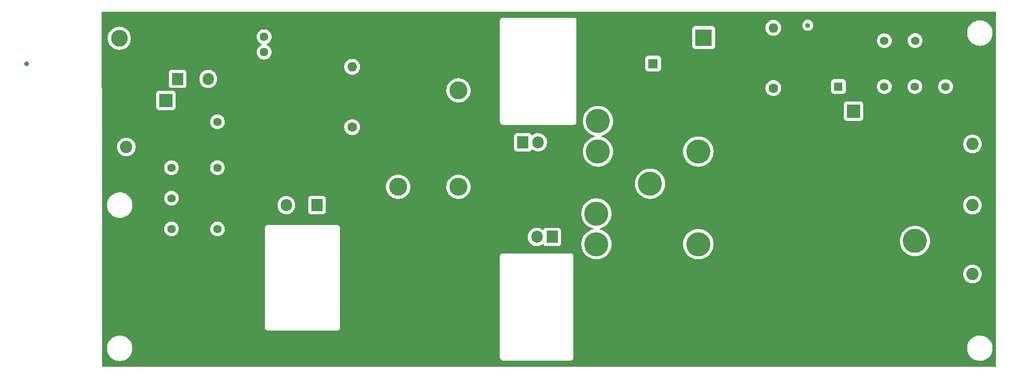
<source format=gbr>
G04 #@! TF.GenerationSoftware,KiCad,Pcbnew,(6.0.0)*
G04 #@! TF.CreationDate,2022-06-01T09:59:34+02:00*
G04 #@! TF.ProjectId,rfamp3,7266616d-7033-42e6-9b69-6361645f7063,rev?*
G04 #@! TF.SameCoordinates,Original*
G04 #@! TF.FileFunction,Copper,L2,Bot*
G04 #@! TF.FilePolarity,Positive*
%FSLAX46Y46*%
G04 Gerber Fmt 4.6, Leading zero omitted, Abs format (unit mm)*
G04 Created by KiCad (PCBNEW (6.0.0)) date 2022-06-01 09:59:34*
%MOMM*%
%LPD*%
G01*
G04 APERTURE LIST*
G04 #@! TA.AperFunction,ComponentPad*
%ADD10R,2.200000X2.200000*%
G04 #@! TD*
G04 #@! TA.AperFunction,ComponentPad*
%ADD11O,2.200000X2.200000*%
G04 #@! TD*
G04 #@! TA.AperFunction,ComponentPad*
%ADD12C,4.000500*%
G04 #@! TD*
G04 #@! TA.AperFunction,ComponentPad*
%ADD13C,2.250000*%
G04 #@! TD*
G04 #@! TA.AperFunction,ComponentPad*
%ADD14C,2.050000*%
G04 #@! TD*
G04 #@! TA.AperFunction,ComponentPad*
%ADD15C,3.000000*%
G04 #@! TD*
G04 #@! TA.AperFunction,ComponentPad*
%ADD16O,1.600000X1.600000*%
G04 #@! TD*
G04 #@! TA.AperFunction,ComponentPad*
%ADD17C,1.600000*%
G04 #@! TD*
G04 #@! TA.AperFunction,ComponentPad*
%ADD18O,1.905000X2.000000*%
G04 #@! TD*
G04 #@! TA.AperFunction,ComponentPad*
%ADD19R,1.905000X2.000000*%
G04 #@! TD*
G04 #@! TA.AperFunction,ComponentPad*
%ADD20C,1.440000*%
G04 #@! TD*
G04 #@! TA.AperFunction,ComponentPad*
%ADD21C,1.400000*%
G04 #@! TD*
G04 #@! TA.AperFunction,ComponentPad*
%ADD22R,1.400000X1.400000*%
G04 #@! TD*
G04 #@! TA.AperFunction,ComponentPad*
%ADD23R,1.600000X1.600000*%
G04 #@! TD*
G04 #@! TA.AperFunction,ComponentPad*
%ADD24R,2.800000X2.800000*%
G04 #@! TD*
G04 #@! TA.AperFunction,ComponentPad*
%ADD25C,2.800000*%
G04 #@! TD*
G04 #@! TA.AperFunction,ViaPad*
%ADD26C,0.800000*%
G04 #@! TD*
G04 APERTURE END LIST*
D10*
X72607818Y-59436000D03*
D11*
X67527818Y-59436000D03*
D10*
X186653818Y-61214000D03*
D11*
X181573818Y-61214000D03*
D12*
X152908000Y-73279000D03*
X144272000Y-62865000D03*
X196850000Y-67945000D03*
X160909000Y-83312000D03*
X160909000Y-67945000D03*
D13*
X203835000Y-90805000D03*
X203835000Y-85725000D03*
X208915000Y-85725000D03*
X208915000Y-90805000D03*
D14*
X206375000Y-88265000D03*
D13*
X68580000Y-64643000D03*
X68580000Y-69723000D03*
X63500000Y-69723000D03*
X63500000Y-64643000D03*
D14*
X66040000Y-67183000D03*
D13*
X203835000Y-69215000D03*
X203835000Y-64135000D03*
X208915000Y-64135000D03*
X208915000Y-69215000D03*
D14*
X206375000Y-66675000D03*
D13*
X203835000Y-79375000D03*
X203835000Y-74295000D03*
X208915000Y-74295000D03*
X208915000Y-79375000D03*
D14*
X206375000Y-76835000D03*
D15*
X121125000Y-73785000D03*
X121125000Y-57785000D03*
X111125000Y-73785000D03*
X111125000Y-57785000D03*
D12*
X144018000Y-78232000D03*
X144272000Y-67945000D03*
X144018000Y-83312000D03*
X196850000Y-82787249D03*
D16*
X173355000Y-47404000D03*
D17*
X173355000Y-57404000D03*
D16*
X103505000Y-53881000D03*
D17*
X103505000Y-63881000D03*
D18*
X92583000Y-76835000D03*
X95123000Y-76835000D03*
D19*
X97663000Y-76835000D03*
D20*
X88900000Y-53975000D03*
X88900000Y-51435000D03*
X88900000Y-48895000D03*
D21*
X81153000Y-70612000D03*
X81163000Y-80782000D03*
X81163000Y-75702000D03*
X73533000Y-70612000D03*
X73533000Y-80772000D03*
X73533000Y-75682000D03*
X81153000Y-62992000D03*
D22*
X73533000Y-62992000D03*
D23*
X153416000Y-53340000D03*
D17*
X153416000Y-48340000D03*
D24*
X64876680Y-54137560D03*
D25*
X64876680Y-49137560D03*
X166798000Y-49022000D03*
D24*
X161798000Y-49022000D03*
D22*
X184150000Y-57150000D03*
D21*
X184150000Y-49530000D03*
X196840000Y-57150000D03*
X201930000Y-57150000D03*
X191770000Y-57150000D03*
X196860000Y-49520000D03*
X201940000Y-49520000D03*
X191770000Y-49530000D03*
D19*
X74549000Y-55880000D03*
D18*
X77089000Y-55880000D03*
X79629000Y-55880000D03*
D19*
X131820920Y-66400680D03*
D18*
X134360920Y-66400680D03*
X136900920Y-66400680D03*
X131577080Y-82108040D03*
X134117080Y-82108040D03*
D19*
X136657080Y-82108040D03*
D26*
X70104000Y-58166000D03*
X49530000Y-53340000D03*
X149225000Y-63500000D03*
X149225000Y-55880000D03*
X66040000Y-81280000D03*
X66040000Y-83820000D03*
X66040000Y-86360000D03*
X66040000Y-88900000D03*
X68580000Y-88900000D03*
X71120000Y-91440000D03*
X73660000Y-93980000D03*
X76200000Y-96520000D03*
X78740000Y-99060000D03*
X81280000Y-101600000D03*
X83820000Y-91440000D03*
X86360000Y-93980000D03*
X91440000Y-99060000D03*
X93980000Y-99060000D03*
X96520000Y-99060000D03*
X99060000Y-99060000D03*
X101600000Y-99060000D03*
X104140000Y-99060000D03*
X104140000Y-96520000D03*
X104140000Y-93980000D03*
X104140000Y-91440000D03*
X104140000Y-88900000D03*
X111760000Y-48260000D03*
X114300000Y-48260000D03*
X116840000Y-48260000D03*
X119380000Y-48260000D03*
X121920000Y-48260000D03*
X141605000Y-50800000D03*
X70104000Y-60960000D03*
X83820000Y-55880000D03*
X83820000Y-53340000D03*
X83820000Y-60960000D03*
X83820000Y-58420000D03*
X141605000Y-48260000D03*
X149225000Y-99060000D03*
X149225000Y-96520000D03*
X149225000Y-93980000D03*
X149225000Y-91440000D03*
X149225000Y-88900000D03*
X149225000Y-86360000D03*
X149225000Y-81280000D03*
X149225000Y-78740000D03*
X149225000Y-76200000D03*
X149225000Y-73660000D03*
X149225000Y-73660000D03*
X149225000Y-71120000D03*
X149225000Y-66040000D03*
X149225000Y-60960000D03*
X149225000Y-58420000D03*
X151765000Y-99060000D03*
X154305000Y-99060000D03*
X156845000Y-99060000D03*
X159385000Y-99060000D03*
X161925000Y-99060000D03*
X164465000Y-99060000D03*
X167005000Y-99060000D03*
X169545000Y-99060000D03*
X174625000Y-99060000D03*
X177165000Y-99060000D03*
X192405000Y-99060000D03*
X189865000Y-99060000D03*
X194945000Y-99060000D03*
X197485000Y-99060000D03*
X194945000Y-95250000D03*
X201295000Y-95250000D03*
X207645000Y-95250000D03*
X116840000Y-82550000D03*
X118745000Y-82550000D03*
X120650000Y-82550000D03*
X120650000Y-84455000D03*
X118745000Y-84455000D03*
X116840000Y-84455000D03*
X104140000Y-86360000D03*
X104140000Y-83820000D03*
X104140000Y-81280000D03*
X106680000Y-83820000D03*
X106680000Y-86360000D03*
X106680000Y-88900000D03*
X106680000Y-91440000D03*
X106680000Y-93980000D03*
X106045000Y-96520000D03*
X109220000Y-83820000D03*
X111760000Y-88900000D03*
X114300000Y-88900000D03*
X116840000Y-88900000D03*
X119380000Y-88900000D03*
X121920000Y-88900000D03*
X111760000Y-91440000D03*
X114300000Y-91440000D03*
X116840000Y-91440000D03*
X119380000Y-91440000D03*
X121920000Y-91440000D03*
X124460000Y-91440000D03*
X124460000Y-93980000D03*
X121920000Y-93980000D03*
X119380000Y-93980000D03*
X116840000Y-93980000D03*
X114300000Y-93980000D03*
X111760000Y-93980000D03*
X111760000Y-96520000D03*
X114300000Y-96520000D03*
X116840000Y-96520000D03*
X119380000Y-96520000D03*
X121920000Y-96520000D03*
X124460000Y-96520000D03*
X124460000Y-99060000D03*
X121920000Y-99060000D03*
X119380000Y-99060000D03*
X116840000Y-99060000D03*
X114300000Y-99060000D03*
X111760000Y-99060000D03*
X106680000Y-74930000D03*
X106680000Y-72390000D03*
X106680000Y-69850000D03*
X106680000Y-67310000D03*
X106680000Y-64770000D03*
X104775000Y-67310000D03*
X104775000Y-69850000D03*
X104775000Y-72390000D03*
X104775000Y-74930000D03*
X100965000Y-74295000D03*
X100965000Y-72390000D03*
X100965000Y-69850000D03*
X100965000Y-67310000D03*
X98425000Y-67310000D03*
X98425000Y-69850000D03*
X98425000Y-72390000D03*
X95885000Y-69850000D03*
X98425000Y-64770000D03*
X92710000Y-53975000D03*
X95250000Y-53975000D03*
X111760000Y-50165000D03*
X114300000Y-50165000D03*
X116840000Y-50165000D03*
X119380000Y-50165000D03*
X121920000Y-50165000D03*
X124460000Y-50165000D03*
X127000000Y-50165000D03*
X127000000Y-48260000D03*
X124460000Y-48260000D03*
X68580000Y-86360000D03*
X68580000Y-83820000D03*
X68580000Y-81280000D03*
X168275000Y-55880000D03*
X153035000Y-56515000D03*
X158750000Y-56515000D03*
X171450000Y-76200000D03*
X165100000Y-76200000D03*
X158115000Y-76200000D03*
X152400000Y-88900000D03*
X152400000Y-95250000D03*
X158750000Y-95250000D03*
X158750000Y-88900000D03*
X171450000Y-82550000D03*
X171450000Y-88900000D03*
X165100000Y-95250000D03*
X171450000Y-95250000D03*
X179070000Y-46990000D03*
X90170000Y-71120000D03*
X90170000Y-73660000D03*
X92710000Y-73660000D03*
X88900000Y-57150000D03*
X83820000Y-88900000D03*
X87630000Y-88900000D03*
X87630000Y-91440000D03*
X87630000Y-82550000D03*
X87630000Y-85090000D03*
X177800000Y-95250000D03*
X177800000Y-88900000D03*
X177800000Y-82550000D03*
X171450000Y-69850000D03*
X177800000Y-63500000D03*
X177800000Y-69850000D03*
X177800000Y-76200000D03*
X184150000Y-88900000D03*
X184150000Y-82550000D03*
X184150000Y-76200000D03*
X184150000Y-63500000D03*
X184150000Y-69850000D03*
X184150000Y-95250000D03*
X184150000Y-99060000D03*
X157480000Y-71120000D03*
X187960000Y-88900000D03*
X187960000Y-82550000D03*
X187960000Y-76200000D03*
X187960000Y-69850000D03*
X187960000Y-63500000D03*
X187960000Y-95250000D03*
X191770000Y-95250000D03*
X191770000Y-88900000D03*
X191770000Y-82550000D03*
X191770000Y-76200000D03*
X191770000Y-69850000D03*
X127000000Y-91440000D03*
X127000000Y-93980000D03*
X127000000Y-96520000D03*
X127000000Y-99060000D03*
X142240000Y-88900000D03*
X142240000Y-91440000D03*
X142240000Y-93980000D03*
X142240000Y-96520000D03*
X142240000Y-99060000D03*
X144780000Y-99060000D03*
X144780000Y-96520000D03*
X144780000Y-93980000D03*
X144780000Y-91440000D03*
X144780000Y-88900000D03*
X143510000Y-57150000D03*
X143510000Y-54610000D03*
X143510000Y-52070000D03*
X143510000Y-49530000D03*
X143510000Y-46990000D03*
X146050000Y-46990000D03*
X146050000Y-49530000D03*
X146050000Y-52070000D03*
X146050000Y-54610000D03*
X146050000Y-57150000D03*
X152400000Y-60960000D03*
X156210000Y-60960000D03*
X160020000Y-60960000D03*
X163830000Y-60960000D03*
X167640000Y-60960000D03*
X167640000Y-63500000D03*
X163830000Y-63500000D03*
X160020000Y-63500000D03*
X156210000Y-63500000D03*
X152400000Y-63500000D03*
G04 #@! TA.AperFunction,Conductor*
G36*
X135766561Y-44698894D02*
G01*
X210186010Y-44703956D01*
X210254128Y-44723963D01*
X210300617Y-44777622D01*
X210312000Y-44829956D01*
X210312000Y-103499123D01*
X210291998Y-103567244D01*
X210238342Y-103613737D01*
X210186363Y-103625122D01*
X207867591Y-103631801D01*
X207867220Y-103631802D01*
X62123759Y-103622042D01*
X62055639Y-103602035D01*
X62009150Y-103548377D01*
X61997767Y-103496088D01*
X61996749Y-100722703D01*
X62840743Y-100722703D01*
X62878268Y-101007734D01*
X62879401Y-101011874D01*
X62879401Y-101011876D01*
X62883035Y-101025159D01*
X62954129Y-101285036D01*
X62955813Y-101288984D01*
X63062098Y-101538163D01*
X63066923Y-101549476D01*
X63078693Y-101569142D01*
X63207587Y-101784508D01*
X63214561Y-101796161D01*
X63394313Y-102020528D01*
X63477786Y-102099741D01*
X63598516Y-102214309D01*
X63602851Y-102218423D01*
X63706506Y-102292907D01*
X63829998Y-102381645D01*
X63836317Y-102386186D01*
X63840112Y-102388195D01*
X63840113Y-102388196D01*
X63861869Y-102399715D01*
X64090392Y-102520712D01*
X64114699Y-102529607D01*
X64350779Y-102616000D01*
X64360373Y-102619511D01*
X64641264Y-102680755D01*
X64669841Y-102683004D01*
X64864282Y-102698307D01*
X64864291Y-102698307D01*
X64866739Y-102698500D01*
X65022271Y-102698500D01*
X65024407Y-102698354D01*
X65024418Y-102698354D01*
X65232548Y-102684165D01*
X65232554Y-102684164D01*
X65236825Y-102683873D01*
X65241020Y-102683004D01*
X65241022Y-102683004D01*
X65377584Y-102654723D01*
X65518342Y-102625574D01*
X65789343Y-102529607D01*
X65961731Y-102440631D01*
X66041005Y-102399715D01*
X66041006Y-102399715D01*
X66044812Y-102397750D01*
X66048313Y-102395289D01*
X66048317Y-102395287D01*
X66185732Y-102298710D01*
X66280023Y-102232441D01*
X66338983Y-102177652D01*
X128015524Y-102177652D01*
X128017990Y-102186281D01*
X128017991Y-102186286D01*
X128023639Y-102206048D01*
X128027217Y-102222809D01*
X128030130Y-102243152D01*
X128030133Y-102243162D01*
X128031405Y-102252045D01*
X128042021Y-102275395D01*
X128048464Y-102292907D01*
X128055512Y-102317565D01*
X128071274Y-102342548D01*
X128079404Y-102357614D01*
X128091633Y-102384510D01*
X128108374Y-102403939D01*
X128119479Y-102418947D01*
X128133160Y-102440631D01*
X128139888Y-102446573D01*
X128155296Y-102460181D01*
X128167340Y-102472373D01*
X128186619Y-102494747D01*
X128194147Y-102499626D01*
X128194150Y-102499629D01*
X128208139Y-102508696D01*
X128223013Y-102519986D01*
X128242228Y-102536956D01*
X128250354Y-102540771D01*
X128250355Y-102540772D01*
X128256021Y-102543432D01*
X128268966Y-102549510D01*
X128283935Y-102557824D01*
X128308727Y-102573893D01*
X128325650Y-102578954D01*
X128333290Y-102581239D01*
X128350736Y-102587901D01*
X128373948Y-102598799D01*
X128403130Y-102603343D01*
X128419849Y-102607126D01*
X128439536Y-102613014D01*
X128439539Y-102613015D01*
X128448141Y-102615587D01*
X128457116Y-102615642D01*
X128457117Y-102615642D01*
X128463810Y-102615683D01*
X128482556Y-102615797D01*
X128483328Y-102615830D01*
X128484423Y-102616000D01*
X128515298Y-102616000D01*
X128516068Y-102616002D01*
X128589716Y-102616452D01*
X128589717Y-102616452D01*
X128593652Y-102616476D01*
X128594996Y-102616092D01*
X128596341Y-102616000D01*
X139691298Y-102616000D01*
X139692069Y-102616002D01*
X139769652Y-102616476D01*
X139778281Y-102614010D01*
X139778286Y-102614009D01*
X139798048Y-102608361D01*
X139814809Y-102604783D01*
X139835152Y-102601870D01*
X139835162Y-102601867D01*
X139844045Y-102600595D01*
X139867395Y-102589979D01*
X139884907Y-102583536D01*
X139900937Y-102578954D01*
X139909565Y-102576488D01*
X139934548Y-102560726D01*
X139949614Y-102552596D01*
X139976510Y-102540367D01*
X139995939Y-102523626D01*
X140010947Y-102512521D01*
X140025039Y-102503630D01*
X140032631Y-102498840D01*
X140052182Y-102476703D01*
X140064374Y-102464659D01*
X140079949Y-102451239D01*
X140079950Y-102451237D01*
X140086747Y-102445381D01*
X140091626Y-102437853D01*
X140091629Y-102437850D01*
X140100696Y-102423861D01*
X140111986Y-102408987D01*
X140116453Y-102403929D01*
X140128956Y-102389772D01*
X140133410Y-102380287D01*
X140138859Y-102368679D01*
X140141510Y-102363034D01*
X140149824Y-102348065D01*
X140165893Y-102323273D01*
X140173239Y-102298709D01*
X140179901Y-102281264D01*
X140186983Y-102266179D01*
X140190799Y-102258052D01*
X140195343Y-102228870D01*
X140199126Y-102212151D01*
X140205014Y-102192464D01*
X140205015Y-102192461D01*
X140207587Y-102183859D01*
X140207797Y-102149444D01*
X140207830Y-102148672D01*
X140208000Y-102147577D01*
X140208000Y-102116702D01*
X140208002Y-102115932D01*
X140208452Y-102042284D01*
X140208452Y-102042283D01*
X140208476Y-102038348D01*
X140208092Y-102037004D01*
X140208000Y-102035659D01*
X140208000Y-100707703D01*
X205500743Y-100707703D01*
X205501302Y-100711947D01*
X205501302Y-100711951D01*
X205517810Y-100837340D01*
X205538268Y-100992734D01*
X205539401Y-100996874D01*
X205539401Y-100996876D01*
X205543035Y-101010159D01*
X205614129Y-101270036D01*
X205726923Y-101534476D01*
X205874561Y-101781161D01*
X206054313Y-102005528D01*
X206170655Y-102115932D01*
X206251303Y-102192464D01*
X206262851Y-102203423D01*
X206496317Y-102371186D01*
X206500112Y-102373195D01*
X206500113Y-102373196D01*
X206519912Y-102383679D01*
X206750392Y-102505712D01*
X206810316Y-102527641D01*
X206994337Y-102594983D01*
X207020373Y-102604511D01*
X207301264Y-102665755D01*
X207329841Y-102668004D01*
X207524282Y-102683307D01*
X207524291Y-102683307D01*
X207526739Y-102683500D01*
X207682271Y-102683500D01*
X207684407Y-102683354D01*
X207684418Y-102683354D01*
X207892548Y-102669165D01*
X207892554Y-102669164D01*
X207896825Y-102668873D01*
X207901020Y-102668004D01*
X207901022Y-102668004D01*
X208105909Y-102625574D01*
X208178342Y-102610574D01*
X208449343Y-102514607D01*
X208704812Y-102382750D01*
X208708313Y-102380289D01*
X208708317Y-102380287D01*
X208870676Y-102266179D01*
X208940023Y-102217441D01*
X209134480Y-102036740D01*
X209147479Y-102024661D01*
X209147481Y-102024658D01*
X209150622Y-102021740D01*
X209332713Y-101799268D01*
X209482927Y-101554142D01*
X209598483Y-101290898D01*
X209677244Y-101014406D01*
X209717751Y-100729784D01*
X209717789Y-100722703D01*
X209719235Y-100446583D01*
X209719235Y-100446576D01*
X209719257Y-100442297D01*
X209681732Y-100157266D01*
X209678778Y-100146466D01*
X209659585Y-100076311D01*
X209605871Y-99879964D01*
X209499475Y-99630524D01*
X209494763Y-99619476D01*
X209494761Y-99619472D01*
X209493077Y-99615524D01*
X209356620Y-99387521D01*
X209347643Y-99372521D01*
X209347640Y-99372517D01*
X209345439Y-99368839D01*
X209165687Y-99144472D01*
X209042289Y-99027372D01*
X208960258Y-98949527D01*
X208960255Y-98949525D01*
X208957149Y-98946577D01*
X208767064Y-98809987D01*
X208727172Y-98781321D01*
X208727171Y-98781320D01*
X208723683Y-98778814D01*
X208703335Y-98768040D01*
X208678654Y-98754972D01*
X208469608Y-98644288D01*
X208244647Y-98561964D01*
X208203658Y-98546964D01*
X208203656Y-98546963D01*
X208199627Y-98545489D01*
X207918736Y-98484245D01*
X207883857Y-98481500D01*
X207695718Y-98466693D01*
X207695709Y-98466693D01*
X207693261Y-98466500D01*
X207537729Y-98466500D01*
X207535593Y-98466646D01*
X207535582Y-98466646D01*
X207327452Y-98480835D01*
X207327446Y-98480836D01*
X207323175Y-98481127D01*
X207318980Y-98481996D01*
X207318978Y-98481996D01*
X207252152Y-98495835D01*
X207041658Y-98539426D01*
X206770657Y-98635393D01*
X206515188Y-98767250D01*
X206511687Y-98769711D01*
X206511683Y-98769713D01*
X206480251Y-98791804D01*
X206279977Y-98932559D01*
X206201597Y-99005394D01*
X206139105Y-99063466D01*
X206069378Y-99128260D01*
X205887287Y-99350732D01*
X205737073Y-99595858D01*
X205735347Y-99599791D01*
X205735346Y-99599792D01*
X205728440Y-99615524D01*
X205621517Y-99859102D01*
X205542756Y-100135594D01*
X205502249Y-100420216D01*
X205502227Y-100424505D01*
X205502226Y-100424512D01*
X205500765Y-100703417D01*
X205500743Y-100707703D01*
X140208000Y-100707703D01*
X140208000Y-88265000D01*
X204836758Y-88265000D01*
X204855696Y-88505634D01*
X204856850Y-88510441D01*
X204856851Y-88510447D01*
X204892267Y-88657961D01*
X204912045Y-88740343D01*
X205004416Y-88963347D01*
X205130536Y-89169156D01*
X205287299Y-89352701D01*
X205470844Y-89509464D01*
X205676653Y-89635584D01*
X205681223Y-89637477D01*
X205681227Y-89637479D01*
X205895084Y-89726061D01*
X205899657Y-89727955D01*
X205982039Y-89747733D01*
X206129553Y-89783149D01*
X206129559Y-89783150D01*
X206134366Y-89784304D01*
X206375000Y-89803242D01*
X206615634Y-89784304D01*
X206620441Y-89783150D01*
X206620447Y-89783149D01*
X206767961Y-89747733D01*
X206850343Y-89727955D01*
X206854916Y-89726061D01*
X207068773Y-89637479D01*
X207068777Y-89637477D01*
X207073347Y-89635584D01*
X207279156Y-89509464D01*
X207462701Y-89352701D01*
X207619464Y-89169156D01*
X207745584Y-88963347D01*
X207837955Y-88740343D01*
X207857733Y-88657961D01*
X207893149Y-88510447D01*
X207893150Y-88510441D01*
X207894304Y-88505634D01*
X207913242Y-88265000D01*
X207894304Y-88024366D01*
X207893150Y-88019559D01*
X207893149Y-88019553D01*
X207839110Y-87794469D01*
X207837955Y-87789657D01*
X207745584Y-87566653D01*
X207619464Y-87360844D01*
X207462701Y-87177299D01*
X207279156Y-87020536D01*
X207073347Y-86894416D01*
X207068777Y-86892523D01*
X207068773Y-86892521D01*
X206854916Y-86803939D01*
X206854914Y-86803938D01*
X206850343Y-86802045D01*
X206767961Y-86782267D01*
X206620447Y-86746851D01*
X206620441Y-86746850D01*
X206615634Y-86745696D01*
X206375000Y-86726758D01*
X206134366Y-86745696D01*
X206129559Y-86746850D01*
X206129553Y-86746851D01*
X205982039Y-86782267D01*
X205899657Y-86802045D01*
X205895086Y-86803938D01*
X205895084Y-86803939D01*
X205681227Y-86892521D01*
X205681223Y-86892523D01*
X205676653Y-86894416D01*
X205470844Y-87020536D01*
X205287299Y-87177299D01*
X205130536Y-87360844D01*
X205004416Y-87566653D01*
X204912045Y-87789657D01*
X204910890Y-87794469D01*
X204856851Y-88019553D01*
X204856850Y-88019559D01*
X204855696Y-88024366D01*
X204836758Y-88265000D01*
X140208000Y-88265000D01*
X140208000Y-85352702D01*
X140208002Y-85351932D01*
X140208421Y-85283322D01*
X140208476Y-85274348D01*
X140206010Y-85265719D01*
X140206009Y-85265714D01*
X140200361Y-85245952D01*
X140196783Y-85229191D01*
X140193870Y-85208848D01*
X140193867Y-85208838D01*
X140192595Y-85199955D01*
X140181979Y-85176605D01*
X140175536Y-85159093D01*
X140170954Y-85143063D01*
X140168488Y-85134435D01*
X140152726Y-85109452D01*
X140144596Y-85094386D01*
X140132367Y-85067490D01*
X140115626Y-85048061D01*
X140104521Y-85033053D01*
X140095630Y-85018961D01*
X140090840Y-85011369D01*
X140068703Y-84991818D01*
X140056659Y-84979626D01*
X140043239Y-84964051D01*
X140043237Y-84964050D01*
X140037381Y-84957253D01*
X140029853Y-84952374D01*
X140029850Y-84952371D01*
X140015861Y-84943304D01*
X140000987Y-84932014D01*
X139988502Y-84920988D01*
X139981772Y-84915044D01*
X139973646Y-84911229D01*
X139973645Y-84911228D01*
X139967979Y-84908568D01*
X139955034Y-84902490D01*
X139940065Y-84894176D01*
X139915273Y-84878107D01*
X139890709Y-84870761D01*
X139873264Y-84864099D01*
X139868827Y-84862016D01*
X139850052Y-84853201D01*
X139820870Y-84848657D01*
X139804151Y-84844874D01*
X139784464Y-84838986D01*
X139784461Y-84838985D01*
X139775859Y-84836413D01*
X139766884Y-84836358D01*
X139766883Y-84836358D01*
X139760190Y-84836317D01*
X139741444Y-84836203D01*
X139740672Y-84836170D01*
X139739577Y-84836000D01*
X139708702Y-84836000D01*
X139707932Y-84835998D01*
X139634284Y-84835548D01*
X139634283Y-84835548D01*
X139630348Y-84835524D01*
X139629004Y-84835908D01*
X139627659Y-84836000D01*
X128532702Y-84836000D01*
X128531932Y-84835998D01*
X128531078Y-84835993D01*
X128454348Y-84835524D01*
X128445719Y-84837990D01*
X128445714Y-84837991D01*
X128425952Y-84843639D01*
X128409191Y-84847217D01*
X128388848Y-84850130D01*
X128388838Y-84850133D01*
X128379955Y-84851405D01*
X128356605Y-84862021D01*
X128339093Y-84868464D01*
X128331057Y-84870761D01*
X128314435Y-84875512D01*
X128289452Y-84891274D01*
X128274386Y-84899404D01*
X128247490Y-84911633D01*
X128228061Y-84928374D01*
X128213053Y-84939479D01*
X128191369Y-84953160D01*
X128185427Y-84959888D01*
X128171819Y-84975296D01*
X128159627Y-84987340D01*
X128137253Y-85006619D01*
X128132374Y-85014147D01*
X128132371Y-85014150D01*
X128123304Y-85028139D01*
X128112014Y-85043013D01*
X128095044Y-85062228D01*
X128082490Y-85088966D01*
X128074176Y-85103935D01*
X128058107Y-85128727D01*
X128055535Y-85137327D01*
X128050761Y-85153290D01*
X128044099Y-85170736D01*
X128033201Y-85193948D01*
X128028658Y-85223128D01*
X128024874Y-85239849D01*
X128018986Y-85259536D01*
X128018985Y-85259539D01*
X128016413Y-85268141D01*
X128016358Y-85277116D01*
X128016358Y-85277117D01*
X128016203Y-85302546D01*
X128016170Y-85303328D01*
X128016000Y-85304423D01*
X128016000Y-85335298D01*
X128015998Y-85336068D01*
X128015524Y-85413652D01*
X128015908Y-85414996D01*
X128016000Y-85416341D01*
X128016000Y-102099298D01*
X128015998Y-102100068D01*
X128015524Y-102177652D01*
X66338983Y-102177652D01*
X66358403Y-102159606D01*
X66487479Y-102039661D01*
X66487481Y-102039658D01*
X66490622Y-102036740D01*
X66672713Y-101814268D01*
X66822927Y-101569142D01*
X66831239Y-101550208D01*
X66936757Y-101309830D01*
X66938483Y-101305898D01*
X67017244Y-101029406D01*
X67057751Y-100744784D01*
X67057808Y-100734036D01*
X67059235Y-100461583D01*
X67059235Y-100461576D01*
X67059257Y-100457297D01*
X67057847Y-100446583D01*
X67022292Y-100176522D01*
X67021732Y-100172266D01*
X67017629Y-100157266D01*
X66947003Y-99899103D01*
X66945871Y-99894964D01*
X66833077Y-99630524D01*
X66685439Y-99383839D01*
X66505687Y-99159472D01*
X66297149Y-98961577D01*
X66063683Y-98793814D01*
X66041843Y-98782250D01*
X66009801Y-98765285D01*
X65809608Y-98659288D01*
X65539627Y-98560489D01*
X65258736Y-98499245D01*
X65227685Y-98496801D01*
X65035718Y-98481693D01*
X65035709Y-98481693D01*
X65033261Y-98481500D01*
X64877729Y-98481500D01*
X64875593Y-98481646D01*
X64875582Y-98481646D01*
X64667452Y-98495835D01*
X64667446Y-98495836D01*
X64663175Y-98496127D01*
X64658980Y-98496996D01*
X64658978Y-98496996D01*
X64522417Y-98525276D01*
X64381658Y-98554426D01*
X64110657Y-98650393D01*
X63855188Y-98782250D01*
X63851687Y-98784711D01*
X63851683Y-98784713D01*
X63841594Y-98791804D01*
X63619977Y-98947559D01*
X63409378Y-99143260D01*
X63227287Y-99365732D01*
X63077073Y-99610858D01*
X62961517Y-99874102D01*
X62882756Y-100150594D01*
X62842249Y-100435216D01*
X62842227Y-100439505D01*
X62842226Y-100439512D01*
X62840799Y-100711951D01*
X62840743Y-100722703D01*
X61996749Y-100722703D01*
X61995465Y-97224652D01*
X89026524Y-97224652D01*
X89028990Y-97233281D01*
X89028991Y-97233286D01*
X89034639Y-97253048D01*
X89038217Y-97269809D01*
X89041130Y-97290152D01*
X89041133Y-97290162D01*
X89042405Y-97299045D01*
X89053021Y-97322395D01*
X89059464Y-97339907D01*
X89066512Y-97364565D01*
X89082274Y-97389548D01*
X89090404Y-97404614D01*
X89102633Y-97431510D01*
X89119374Y-97450939D01*
X89130479Y-97465947D01*
X89144160Y-97487631D01*
X89150888Y-97493573D01*
X89166296Y-97507181D01*
X89178340Y-97519373D01*
X89197619Y-97541747D01*
X89205147Y-97546626D01*
X89205150Y-97546629D01*
X89219139Y-97555696D01*
X89234013Y-97566986D01*
X89253228Y-97583956D01*
X89261354Y-97587771D01*
X89261355Y-97587772D01*
X89267021Y-97590432D01*
X89279966Y-97596510D01*
X89294935Y-97604824D01*
X89319727Y-97620893D01*
X89336650Y-97625954D01*
X89344290Y-97628239D01*
X89361736Y-97634901D01*
X89384948Y-97645799D01*
X89414130Y-97650343D01*
X89430849Y-97654126D01*
X89450536Y-97660014D01*
X89450539Y-97660015D01*
X89459141Y-97662587D01*
X89468116Y-97662642D01*
X89468117Y-97662642D01*
X89474810Y-97662683D01*
X89493556Y-97662797D01*
X89494328Y-97662830D01*
X89495423Y-97663000D01*
X89526298Y-97663000D01*
X89527068Y-97663002D01*
X89600716Y-97663452D01*
X89600717Y-97663452D01*
X89604652Y-97663476D01*
X89605996Y-97663092D01*
X89607341Y-97663000D01*
X100956298Y-97663000D01*
X100957069Y-97663002D01*
X101034652Y-97663476D01*
X101043281Y-97661010D01*
X101043286Y-97661009D01*
X101063048Y-97655361D01*
X101079809Y-97651783D01*
X101100152Y-97648870D01*
X101100162Y-97648867D01*
X101109045Y-97647595D01*
X101132395Y-97636979D01*
X101149907Y-97630536D01*
X101165937Y-97625954D01*
X101174565Y-97623488D01*
X101199548Y-97607726D01*
X101214614Y-97599596D01*
X101241510Y-97587367D01*
X101260939Y-97570626D01*
X101275947Y-97559521D01*
X101290039Y-97550630D01*
X101297631Y-97545840D01*
X101317182Y-97523703D01*
X101329374Y-97511659D01*
X101344949Y-97498239D01*
X101344950Y-97498237D01*
X101351747Y-97492381D01*
X101356626Y-97484853D01*
X101356629Y-97484850D01*
X101365696Y-97470861D01*
X101376986Y-97455987D01*
X101388012Y-97443502D01*
X101393956Y-97436772D01*
X101406510Y-97410034D01*
X101414824Y-97395065D01*
X101430893Y-97370273D01*
X101438239Y-97345709D01*
X101444901Y-97328264D01*
X101451983Y-97313179D01*
X101455799Y-97305052D01*
X101460343Y-97275870D01*
X101464126Y-97259151D01*
X101470014Y-97239464D01*
X101470015Y-97239461D01*
X101472587Y-97230859D01*
X101472797Y-97196444D01*
X101472830Y-97195672D01*
X101473000Y-97194577D01*
X101473000Y-97163702D01*
X101473002Y-97162932D01*
X101473452Y-97089284D01*
X101473452Y-97089283D01*
X101473476Y-97085348D01*
X101473092Y-97084004D01*
X101473000Y-97082659D01*
X101473000Y-82216442D01*
X132656080Y-82216442D01*
X132670758Y-82394977D01*
X132729286Y-82627984D01*
X132825083Y-82848303D01*
X132955578Y-83050017D01*
X133117266Y-83227710D01*
X133147791Y-83251817D01*
X133301750Y-83373407D01*
X133301755Y-83373410D01*
X133305804Y-83376608D01*
X133310320Y-83379101D01*
X133310323Y-83379103D01*
X133511606Y-83490217D01*
X133511610Y-83490219D01*
X133516130Y-83492714D01*
X133520999Y-83494438D01*
X133521003Y-83494440D01*
X133737720Y-83571184D01*
X133737724Y-83571185D01*
X133742595Y-83572910D01*
X133747688Y-83573817D01*
X133747691Y-83573818D01*
X133974028Y-83614135D01*
X133974034Y-83614136D01*
X133979117Y-83615041D01*
X134066480Y-83616108D01*
X134214173Y-83617913D01*
X134214175Y-83617913D01*
X134219343Y-83617976D01*
X134456824Y-83581636D01*
X134569077Y-83544946D01*
X134680263Y-83508606D01*
X134680269Y-83508603D01*
X134685181Y-83506998D01*
X134689767Y-83504611D01*
X134689771Y-83504609D01*
X134893687Y-83398456D01*
X134898280Y-83396065D01*
X135053363Y-83279625D01*
X135119845Y-83254720D01*
X135189241Y-83269712D01*
X135239515Y-83319842D01*
X135246995Y-83336155D01*
X135250811Y-83346333D01*
X135253965Y-83354745D01*
X135341319Y-83471301D01*
X135457875Y-83558655D01*
X135594264Y-83609785D01*
X135656446Y-83616540D01*
X137657714Y-83616540D01*
X137719896Y-83609785D01*
X137856285Y-83558655D01*
X137972841Y-83471301D01*
X138060195Y-83354745D01*
X138076219Y-83312000D01*
X141504290Y-83312000D01*
X141524111Y-83627051D01*
X141583263Y-83937134D01*
X141680812Y-84237358D01*
X141682499Y-84240944D01*
X141682501Y-84240948D01*
X141695146Y-84267820D01*
X141815219Y-84522989D01*
X141984366Y-84789522D01*
X142185584Y-85032753D01*
X142415701Y-85248847D01*
X142418903Y-85251174D01*
X142418905Y-85251175D01*
X142430413Y-85259536D01*
X142671087Y-85434396D01*
X142947714Y-85586473D01*
X143241221Y-85702680D01*
X143245051Y-85703663D01*
X143245059Y-85703666D01*
X143437447Y-85753062D01*
X143546978Y-85781185D01*
X143550906Y-85781681D01*
X143550910Y-85781682D01*
X143674292Y-85797269D01*
X143860163Y-85820750D01*
X144175837Y-85820750D01*
X144361708Y-85797269D01*
X144485090Y-85781682D01*
X144485094Y-85781681D01*
X144489022Y-85781185D01*
X144598553Y-85753062D01*
X144790941Y-85703666D01*
X144790949Y-85703663D01*
X144794779Y-85702680D01*
X145088286Y-85586473D01*
X145364913Y-85434396D01*
X145605587Y-85259536D01*
X145617095Y-85251175D01*
X145617097Y-85251174D01*
X145620299Y-85248847D01*
X145850416Y-85032753D01*
X146051634Y-84789522D01*
X146220781Y-84522989D01*
X146340854Y-84267820D01*
X146353499Y-84240948D01*
X146353501Y-84240944D01*
X146355188Y-84237358D01*
X146452737Y-83937134D01*
X146511889Y-83627051D01*
X146531710Y-83312000D01*
X158395290Y-83312000D01*
X158415111Y-83627051D01*
X158474263Y-83937134D01*
X158571812Y-84237358D01*
X158573499Y-84240944D01*
X158573501Y-84240948D01*
X158586146Y-84267820D01*
X158706219Y-84522989D01*
X158875366Y-84789522D01*
X159076584Y-85032753D01*
X159306701Y-85248847D01*
X159309903Y-85251174D01*
X159309905Y-85251175D01*
X159321413Y-85259536D01*
X159562087Y-85434396D01*
X159838714Y-85586473D01*
X160132221Y-85702680D01*
X160136051Y-85703663D01*
X160136059Y-85703666D01*
X160328447Y-85753062D01*
X160437978Y-85781185D01*
X160441906Y-85781681D01*
X160441910Y-85781682D01*
X160565292Y-85797269D01*
X160751163Y-85820750D01*
X161066837Y-85820750D01*
X161252708Y-85797269D01*
X161376090Y-85781682D01*
X161376094Y-85781681D01*
X161380022Y-85781185D01*
X161489553Y-85753062D01*
X161681941Y-85703666D01*
X161681949Y-85703663D01*
X161685779Y-85702680D01*
X161979286Y-85586473D01*
X162255913Y-85434396D01*
X162496587Y-85259536D01*
X162508095Y-85251175D01*
X162508097Y-85251174D01*
X162511299Y-85248847D01*
X162741416Y-85032753D01*
X162942634Y-84789522D01*
X163111781Y-84522989D01*
X163231854Y-84267820D01*
X163244499Y-84240948D01*
X163244501Y-84240944D01*
X163246188Y-84237358D01*
X163343737Y-83937134D01*
X163402889Y-83627051D01*
X163422710Y-83312000D01*
X163402889Y-82996949D01*
X163362886Y-82787249D01*
X194336290Y-82787249D01*
X194356111Y-83102300D01*
X194415263Y-83412383D01*
X194512812Y-83712607D01*
X194647219Y-83998238D01*
X194816366Y-84264771D01*
X195017584Y-84508002D01*
X195247701Y-84724096D01*
X195503087Y-84909645D01*
X195506556Y-84911552D01*
X195506559Y-84911554D01*
X195776243Y-85059814D01*
X195779714Y-85061722D01*
X196073221Y-85177929D01*
X196077051Y-85178912D01*
X196077059Y-85178915D01*
X196269447Y-85228311D01*
X196378978Y-85256434D01*
X196382906Y-85256930D01*
X196382910Y-85256931D01*
X196471647Y-85268141D01*
X196692163Y-85295999D01*
X197007837Y-85295999D01*
X197228353Y-85268141D01*
X197317090Y-85256931D01*
X197317094Y-85256930D01*
X197321022Y-85256434D01*
X197430553Y-85228311D01*
X197622941Y-85178915D01*
X197622949Y-85178912D01*
X197626779Y-85177929D01*
X197920286Y-85061722D01*
X197923757Y-85059814D01*
X198193441Y-84911554D01*
X198193444Y-84911552D01*
X198196913Y-84909645D01*
X198452299Y-84724096D01*
X198682416Y-84508002D01*
X198883634Y-84264771D01*
X199052781Y-83998238D01*
X199187188Y-83712607D01*
X199284737Y-83412383D01*
X199343889Y-83102300D01*
X199363710Y-82787249D01*
X199343889Y-82472198D01*
X199284737Y-82162115D01*
X199187188Y-81861891D01*
X199174289Y-81834478D01*
X199113107Y-81704460D01*
X199052781Y-81576260D01*
X198883634Y-81309727D01*
X198682416Y-81066496D01*
X198472893Y-80869741D01*
X198455186Y-80853113D01*
X198455185Y-80853112D01*
X198452299Y-80850402D01*
X198441857Y-80842815D01*
X198313839Y-80749805D01*
X198196913Y-80664853D01*
X198177669Y-80654273D01*
X197923757Y-80514684D01*
X197923754Y-80514683D01*
X197920286Y-80512776D01*
X197626779Y-80396569D01*
X197622949Y-80395586D01*
X197622941Y-80395583D01*
X197414141Y-80341973D01*
X197321022Y-80318064D01*
X197317094Y-80317568D01*
X197317090Y-80317567D01*
X197191972Y-80301761D01*
X197007837Y-80278499D01*
X196692163Y-80278499D01*
X196508028Y-80301761D01*
X196382910Y-80317567D01*
X196382906Y-80317568D01*
X196378978Y-80318064D01*
X196285859Y-80341973D01*
X196077059Y-80395583D01*
X196077051Y-80395586D01*
X196073221Y-80396569D01*
X195779714Y-80512776D01*
X195776246Y-80514683D01*
X195776243Y-80514684D01*
X195522332Y-80654273D01*
X195503087Y-80664853D01*
X195386161Y-80749805D01*
X195258144Y-80842815D01*
X195247701Y-80850402D01*
X195244815Y-80853112D01*
X195244814Y-80853113D01*
X195227107Y-80869741D01*
X195017584Y-81066496D01*
X194816366Y-81309727D01*
X194647219Y-81576260D01*
X194586893Y-81704460D01*
X194525712Y-81834478D01*
X194512812Y-81861891D01*
X194415263Y-82162115D01*
X194356111Y-82472198D01*
X194336290Y-82787249D01*
X163362886Y-82787249D01*
X163343737Y-82686866D01*
X163246188Y-82386642D01*
X163111781Y-82101011D01*
X162942634Y-81834478D01*
X162741416Y-81591247D01*
X162511299Y-81375153D01*
X162255913Y-81189604D01*
X162169730Y-81142224D01*
X161982757Y-81039435D01*
X161982754Y-81039434D01*
X161979286Y-81037527D01*
X161685779Y-80921320D01*
X161681949Y-80920337D01*
X161681941Y-80920334D01*
X161484892Y-80869741D01*
X161380022Y-80842815D01*
X161376094Y-80842319D01*
X161376090Y-80842318D01*
X161252708Y-80826731D01*
X161066837Y-80803250D01*
X160751163Y-80803250D01*
X160565292Y-80826731D01*
X160441910Y-80842318D01*
X160441906Y-80842319D01*
X160437978Y-80842815D01*
X160333108Y-80869741D01*
X160136059Y-80920334D01*
X160136051Y-80920337D01*
X160132221Y-80921320D01*
X159838714Y-81037527D01*
X159835246Y-81039434D01*
X159835243Y-81039435D01*
X159648271Y-81142224D01*
X159562087Y-81189604D01*
X159306701Y-81375153D01*
X159076584Y-81591247D01*
X158875366Y-81834478D01*
X158706219Y-82101011D01*
X158571812Y-82386642D01*
X158474263Y-82686866D01*
X158415111Y-82996949D01*
X158395290Y-83312000D01*
X146531710Y-83312000D01*
X146511889Y-82996949D01*
X146452737Y-82686866D01*
X146355188Y-82386642D01*
X146220781Y-82101011D01*
X146051634Y-81834478D01*
X145850416Y-81591247D01*
X145620299Y-81375153D01*
X145364913Y-81189604D01*
X145278730Y-81142224D01*
X145091757Y-81039435D01*
X145091754Y-81039434D01*
X145088286Y-81037527D01*
X144794779Y-80921320D01*
X144688531Y-80894040D01*
X144627528Y-80857727D01*
X144595839Y-80794195D01*
X144603529Y-80723616D01*
X144648156Y-80668399D01*
X144688529Y-80649960D01*
X144794779Y-80622680D01*
X145088286Y-80506473D01*
X145093110Y-80503821D01*
X145361441Y-80356305D01*
X145361444Y-80356303D01*
X145364913Y-80354396D01*
X145584067Y-80195171D01*
X145617095Y-80171175D01*
X145617097Y-80171174D01*
X145620299Y-80168847D01*
X145652093Y-80138991D01*
X145847529Y-79955464D01*
X145850416Y-79952753D01*
X146051634Y-79709522D01*
X146220781Y-79442989D01*
X146355188Y-79157358D01*
X146452737Y-78857134D01*
X146511889Y-78547051D01*
X146531710Y-78232000D01*
X146511889Y-77916949D01*
X146452737Y-77606866D01*
X146355188Y-77306642D01*
X146341962Y-77278534D01*
X146282450Y-77152065D01*
X146220781Y-77021011D01*
X146102735Y-76835000D01*
X204836758Y-76835000D01*
X204855696Y-77075634D01*
X204856850Y-77080441D01*
X204856851Y-77080447D01*
X204875279Y-77157202D01*
X204912045Y-77310343D01*
X204913938Y-77314914D01*
X204913939Y-77314916D01*
X204944506Y-77388710D01*
X205004416Y-77533347D01*
X205130536Y-77739156D01*
X205287299Y-77922701D01*
X205470844Y-78079464D01*
X205676653Y-78205584D01*
X205681223Y-78207477D01*
X205681227Y-78207479D01*
X205877475Y-78288767D01*
X205899657Y-78297955D01*
X205943980Y-78308596D01*
X206129553Y-78353149D01*
X206129559Y-78353150D01*
X206134366Y-78354304D01*
X206375000Y-78373242D01*
X206615634Y-78354304D01*
X206620441Y-78353150D01*
X206620447Y-78353149D01*
X206806020Y-78308596D01*
X206850343Y-78297955D01*
X206872525Y-78288767D01*
X207068773Y-78207479D01*
X207068777Y-78207477D01*
X207073347Y-78205584D01*
X207279156Y-78079464D01*
X207462701Y-77922701D01*
X207619464Y-77739156D01*
X207745584Y-77533347D01*
X207805495Y-77388710D01*
X207836061Y-77314916D01*
X207836062Y-77314914D01*
X207837955Y-77310343D01*
X207874721Y-77157202D01*
X207893149Y-77080447D01*
X207893150Y-77080441D01*
X207894304Y-77075634D01*
X207913242Y-76835000D01*
X207894304Y-76594366D01*
X207893150Y-76589559D01*
X207893149Y-76589553D01*
X207857733Y-76442039D01*
X207837955Y-76359657D01*
X207810371Y-76293063D01*
X207747479Y-76141227D01*
X207747477Y-76141223D01*
X207745584Y-76136653D01*
X207619464Y-75930844D01*
X207462701Y-75747299D01*
X207279156Y-75590536D01*
X207073347Y-75464416D01*
X207068777Y-75462523D01*
X207068773Y-75462521D01*
X206854916Y-75373939D01*
X206854914Y-75373938D01*
X206850343Y-75372045D01*
X206700327Y-75336029D01*
X206620447Y-75316851D01*
X206620441Y-75316850D01*
X206615634Y-75315696D01*
X206375000Y-75296758D01*
X206134366Y-75315696D01*
X206129559Y-75316850D01*
X206129553Y-75316851D01*
X206049673Y-75336029D01*
X205899657Y-75372045D01*
X205895086Y-75373938D01*
X205895084Y-75373939D01*
X205681227Y-75462521D01*
X205681223Y-75462523D01*
X205676653Y-75464416D01*
X205470844Y-75590536D01*
X205287299Y-75747299D01*
X205130536Y-75930844D01*
X205004416Y-76136653D01*
X205002523Y-76141223D01*
X205002521Y-76141227D01*
X204939629Y-76293063D01*
X204912045Y-76359657D01*
X204892267Y-76442039D01*
X204856851Y-76589553D01*
X204856850Y-76589559D01*
X204855696Y-76594366D01*
X204836758Y-76835000D01*
X146102735Y-76835000D01*
X146051634Y-76754478D01*
X145850416Y-76511247D01*
X145620299Y-76295153D01*
X145364913Y-76109604D01*
X145329980Y-76090399D01*
X145091757Y-75959435D01*
X145091754Y-75959434D01*
X145088286Y-75957527D01*
X144794779Y-75841320D01*
X144790949Y-75840337D01*
X144790941Y-75840334D01*
X144584202Y-75787253D01*
X144489022Y-75762815D01*
X144485094Y-75762319D01*
X144485090Y-75762318D01*
X144340808Y-75744091D01*
X144175837Y-75723250D01*
X143860163Y-75723250D01*
X143695192Y-75744091D01*
X143550910Y-75762318D01*
X143550906Y-75762319D01*
X143546978Y-75762815D01*
X143451798Y-75787253D01*
X143245059Y-75840334D01*
X143245051Y-75840337D01*
X143241221Y-75841320D01*
X142947714Y-75957527D01*
X142944246Y-75959434D01*
X142944243Y-75959435D01*
X142706021Y-76090399D01*
X142671087Y-76109604D01*
X142415701Y-76295153D01*
X142185584Y-76511247D01*
X141984366Y-76754478D01*
X141815219Y-77021011D01*
X141753550Y-77152065D01*
X141694039Y-77278534D01*
X141680812Y-77306642D01*
X141583263Y-77606866D01*
X141524111Y-77916949D01*
X141504290Y-78232000D01*
X141524111Y-78547051D01*
X141583263Y-78857134D01*
X141680812Y-79157358D01*
X141815219Y-79442989D01*
X141984366Y-79709522D01*
X142185584Y-79952753D01*
X142188471Y-79955464D01*
X142383908Y-80138991D01*
X142415701Y-80168847D01*
X142418903Y-80171174D01*
X142418905Y-80171175D01*
X142451933Y-80195171D01*
X142671087Y-80354396D01*
X142674556Y-80356303D01*
X142674559Y-80356305D01*
X142942890Y-80503821D01*
X142947714Y-80506473D01*
X143241221Y-80622680D01*
X143347469Y-80649960D01*
X143408472Y-80686273D01*
X143440161Y-80749805D01*
X143432471Y-80820384D01*
X143387844Y-80875601D01*
X143347471Y-80894040D01*
X143241221Y-80921320D01*
X142947714Y-81037527D01*
X142944246Y-81039434D01*
X142944243Y-81039435D01*
X142757271Y-81142224D01*
X142671087Y-81189604D01*
X142415701Y-81375153D01*
X142185584Y-81591247D01*
X141984366Y-81834478D01*
X141815219Y-82101011D01*
X141680812Y-82386642D01*
X141583263Y-82686866D01*
X141524111Y-82996949D01*
X141504290Y-83312000D01*
X138076219Y-83312000D01*
X138111325Y-83218356D01*
X138118080Y-83156174D01*
X138118080Y-81059906D01*
X138111325Y-80997724D01*
X138060195Y-80861335D01*
X137972841Y-80744779D01*
X137856285Y-80657425D01*
X137719896Y-80606295D01*
X137657714Y-80599540D01*
X135656446Y-80599540D01*
X135594264Y-80606295D01*
X135457875Y-80657425D01*
X135341319Y-80744779D01*
X135253965Y-80861335D01*
X135246507Y-80881229D01*
X135203867Y-80937993D01*
X135137306Y-80962694D01*
X135067957Y-80947487D01*
X135050433Y-80935882D01*
X134932410Y-80842673D01*
X134932405Y-80842670D01*
X134928356Y-80839472D01*
X134923840Y-80836979D01*
X134923837Y-80836977D01*
X134722554Y-80725863D01*
X134722550Y-80725861D01*
X134718030Y-80723366D01*
X134713161Y-80721642D01*
X134713157Y-80721640D01*
X134496440Y-80644896D01*
X134496436Y-80644895D01*
X134491565Y-80643170D01*
X134486472Y-80642263D01*
X134486469Y-80642262D01*
X134260132Y-80601945D01*
X134260126Y-80601944D01*
X134255043Y-80601039D01*
X134162554Y-80599909D01*
X134019987Y-80598167D01*
X134019985Y-80598167D01*
X134014817Y-80598104D01*
X133777336Y-80634444D01*
X133684299Y-80664853D01*
X133553897Y-80707474D01*
X133553891Y-80707477D01*
X133548979Y-80709082D01*
X133544393Y-80711469D01*
X133544389Y-80711471D01*
X133398388Y-80787475D01*
X133335880Y-80820015D01*
X133331737Y-80823125D01*
X133331738Y-80823125D01*
X133199013Y-80922778D01*
X133143760Y-80964263D01*
X132977779Y-81137952D01*
X132842394Y-81336418D01*
X132840220Y-81341101D01*
X132840218Y-81341105D01*
X132816100Y-81393063D01*
X132741243Y-81554330D01*
X132677040Y-81785838D01*
X132676491Y-81790975D01*
X132656797Y-81975262D01*
X132656080Y-81981968D01*
X132656080Y-82216442D01*
X101473000Y-82216442D01*
X101473000Y-80653702D01*
X101473002Y-80652932D01*
X101473304Y-80603546D01*
X101473476Y-80575348D01*
X101471010Y-80566719D01*
X101471009Y-80566714D01*
X101465361Y-80546952D01*
X101461783Y-80530191D01*
X101458870Y-80509848D01*
X101458867Y-80509838D01*
X101457595Y-80500955D01*
X101446979Y-80477605D01*
X101440536Y-80460093D01*
X101435954Y-80444063D01*
X101433488Y-80435435D01*
X101417726Y-80410452D01*
X101409596Y-80395386D01*
X101397367Y-80368490D01*
X101380626Y-80349061D01*
X101369521Y-80334053D01*
X101360630Y-80319961D01*
X101355840Y-80312369D01*
X101333703Y-80292818D01*
X101321659Y-80280626D01*
X101308239Y-80265051D01*
X101308237Y-80265050D01*
X101302381Y-80258253D01*
X101294853Y-80253374D01*
X101294850Y-80253371D01*
X101280861Y-80244304D01*
X101265987Y-80233014D01*
X101253502Y-80221988D01*
X101246772Y-80216044D01*
X101238646Y-80212229D01*
X101238645Y-80212228D01*
X101232979Y-80209568D01*
X101220034Y-80203490D01*
X101205065Y-80195176D01*
X101180273Y-80179107D01*
X101155709Y-80171761D01*
X101138264Y-80165099D01*
X101129399Y-80160937D01*
X101115052Y-80154201D01*
X101085870Y-80149657D01*
X101069151Y-80145874D01*
X101049464Y-80139986D01*
X101049461Y-80139985D01*
X101040859Y-80137413D01*
X101031884Y-80137358D01*
X101031883Y-80137358D01*
X101025190Y-80137317D01*
X101006444Y-80137203D01*
X101005672Y-80137170D01*
X101004577Y-80137000D01*
X100973702Y-80137000D01*
X100972932Y-80136998D01*
X100899284Y-80136548D01*
X100899283Y-80136548D01*
X100895348Y-80136524D01*
X100894004Y-80136908D01*
X100892659Y-80137000D01*
X89543702Y-80137000D01*
X89542932Y-80136998D01*
X89542078Y-80136993D01*
X89465348Y-80136524D01*
X89456719Y-80138990D01*
X89456714Y-80138991D01*
X89436952Y-80144639D01*
X89420191Y-80148217D01*
X89399848Y-80151130D01*
X89399838Y-80151133D01*
X89390955Y-80152405D01*
X89367605Y-80163021D01*
X89350093Y-80169464D01*
X89342057Y-80171761D01*
X89325435Y-80176512D01*
X89300452Y-80192274D01*
X89285386Y-80200404D01*
X89258490Y-80212633D01*
X89239061Y-80229374D01*
X89224053Y-80240479D01*
X89202369Y-80254160D01*
X89196427Y-80260888D01*
X89182819Y-80276296D01*
X89170627Y-80288340D01*
X89148253Y-80307619D01*
X89143374Y-80315147D01*
X89143371Y-80315150D01*
X89134304Y-80329139D01*
X89123014Y-80344013D01*
X89106044Y-80363228D01*
X89102229Y-80371354D01*
X89102228Y-80371355D01*
X89099737Y-80376661D01*
X89093490Y-80389966D01*
X89085176Y-80404935D01*
X89069107Y-80429727D01*
X89066535Y-80438327D01*
X89061761Y-80454290D01*
X89055099Y-80471736D01*
X89044201Y-80494948D01*
X89039658Y-80524128D01*
X89035874Y-80540849D01*
X89029986Y-80560536D01*
X89029985Y-80560539D01*
X89027413Y-80569141D01*
X89027213Y-80601945D01*
X89027203Y-80603546D01*
X89027170Y-80604328D01*
X89027000Y-80605423D01*
X89027000Y-80636298D01*
X89026998Y-80637068D01*
X89026524Y-80714652D01*
X89026908Y-80715996D01*
X89027000Y-80717341D01*
X89027000Y-97146298D01*
X89026998Y-97147068D01*
X89026524Y-97224652D01*
X61995465Y-97224652D01*
X61989427Y-80772000D01*
X72319884Y-80772000D01*
X72338314Y-80982655D01*
X72339738Y-80987968D01*
X72339738Y-80987970D01*
X72342418Y-80997970D01*
X72393044Y-81186910D01*
X72395366Y-81191891D01*
X72395367Y-81191892D01*
X72479738Y-81372825D01*
X72482411Y-81378558D01*
X72603699Y-81551776D01*
X72753224Y-81701301D01*
X72926442Y-81822589D01*
X72931420Y-81824910D01*
X72931423Y-81824912D01*
X73113108Y-81909633D01*
X73118090Y-81911956D01*
X73123398Y-81913378D01*
X73123400Y-81913379D01*
X73317030Y-81965262D01*
X73317032Y-81965262D01*
X73322345Y-81966686D01*
X73533000Y-81985116D01*
X73743655Y-81966686D01*
X73748968Y-81965262D01*
X73748970Y-81965262D01*
X73942600Y-81913379D01*
X73942602Y-81913378D01*
X73947910Y-81911956D01*
X73952892Y-81909633D01*
X74134577Y-81824912D01*
X74134580Y-81824910D01*
X74139558Y-81822589D01*
X74312776Y-81701301D01*
X74462301Y-81551776D01*
X74583589Y-81378558D01*
X74586263Y-81372825D01*
X74670633Y-81191892D01*
X74670634Y-81191891D01*
X74672956Y-81186910D01*
X74723583Y-80997970D01*
X74726262Y-80987970D01*
X74726262Y-80987968D01*
X74727686Y-80982655D01*
X74745241Y-80782000D01*
X79949884Y-80782000D01*
X79968314Y-80992655D01*
X79969738Y-80997968D01*
X79969738Y-80997970D01*
X80020365Y-81186910D01*
X80023044Y-81196910D01*
X80025366Y-81201891D01*
X80025367Y-81201892D01*
X80109849Y-81383063D01*
X80112411Y-81388558D01*
X80233699Y-81561776D01*
X80383224Y-81711301D01*
X80556442Y-81832589D01*
X80561420Y-81834910D01*
X80561423Y-81834912D01*
X80743108Y-81919633D01*
X80748090Y-81921956D01*
X80753398Y-81923378D01*
X80753400Y-81923379D01*
X80947030Y-81975262D01*
X80947032Y-81975262D01*
X80952345Y-81976686D01*
X81163000Y-81995116D01*
X81373655Y-81976686D01*
X81378968Y-81975262D01*
X81378970Y-81975262D01*
X81572600Y-81923379D01*
X81572602Y-81923378D01*
X81577910Y-81921956D01*
X81582892Y-81919633D01*
X81764577Y-81834912D01*
X81764580Y-81834910D01*
X81769558Y-81832589D01*
X81942776Y-81711301D01*
X82092301Y-81561776D01*
X82213589Y-81388558D01*
X82216152Y-81383063D01*
X82300633Y-81201892D01*
X82300634Y-81201891D01*
X82302956Y-81196910D01*
X82305636Y-81186910D01*
X82356262Y-80997970D01*
X82356262Y-80997968D01*
X82357686Y-80992655D01*
X82376116Y-80782000D01*
X82357686Y-80571345D01*
X82354790Y-80560536D01*
X82304379Y-80372400D01*
X82304378Y-80372398D01*
X82302956Y-80367090D01*
X82285259Y-80329139D01*
X82215912Y-80180423D01*
X82215910Y-80180420D01*
X82213589Y-80175442D01*
X82092301Y-80002224D01*
X81942776Y-79852699D01*
X81769558Y-79731411D01*
X81764580Y-79729090D01*
X81764577Y-79729088D01*
X81582892Y-79644367D01*
X81582891Y-79644366D01*
X81577910Y-79642044D01*
X81572602Y-79640622D01*
X81572600Y-79640621D01*
X81378970Y-79588738D01*
X81378968Y-79588738D01*
X81373655Y-79587314D01*
X81163000Y-79568884D01*
X80952345Y-79587314D01*
X80947032Y-79588738D01*
X80947030Y-79588738D01*
X80753400Y-79640621D01*
X80753398Y-79640622D01*
X80748090Y-79642044D01*
X80743109Y-79644366D01*
X80743108Y-79644367D01*
X80561423Y-79729088D01*
X80561420Y-79729090D01*
X80556442Y-79731411D01*
X80383224Y-79852699D01*
X80233699Y-80002224D01*
X80112411Y-80175442D01*
X80110090Y-80180420D01*
X80110088Y-80180423D01*
X80040741Y-80329139D01*
X80023044Y-80367090D01*
X80021622Y-80372398D01*
X80021621Y-80372400D01*
X79971210Y-80560536D01*
X79968314Y-80571345D01*
X79949884Y-80782000D01*
X74745241Y-80782000D01*
X74746116Y-80772000D01*
X74727686Y-80561345D01*
X74726262Y-80556030D01*
X74674379Y-80362400D01*
X74674378Y-80362398D01*
X74672956Y-80357090D01*
X74659922Y-80329139D01*
X74585912Y-80170423D01*
X74585910Y-80170420D01*
X74583589Y-80165442D01*
X74462301Y-79992224D01*
X74312776Y-79842699D01*
X74139558Y-79721411D01*
X74134580Y-79719090D01*
X74134577Y-79719088D01*
X73952892Y-79634367D01*
X73952891Y-79634366D01*
X73947910Y-79632044D01*
X73942602Y-79630622D01*
X73942600Y-79630621D01*
X73748970Y-79578738D01*
X73748968Y-79578738D01*
X73743655Y-79577314D01*
X73533000Y-79558884D01*
X73322345Y-79577314D01*
X73317032Y-79578738D01*
X73317030Y-79578738D01*
X73123400Y-79630621D01*
X73123398Y-79630622D01*
X73118090Y-79632044D01*
X73113109Y-79634366D01*
X73113108Y-79634367D01*
X72931423Y-79719088D01*
X72931420Y-79719090D01*
X72926442Y-79721411D01*
X72753224Y-79842699D01*
X72603699Y-79992224D01*
X72482411Y-80165442D01*
X72480090Y-80170420D01*
X72480088Y-80170423D01*
X72406078Y-80329139D01*
X72393044Y-80357090D01*
X72391622Y-80362398D01*
X72391621Y-80362400D01*
X72339738Y-80556030D01*
X72338314Y-80561345D01*
X72319884Y-80772000D01*
X61989427Y-80772000D01*
X61988031Y-76967703D01*
X62840743Y-76967703D01*
X62878268Y-77252734D01*
X62879401Y-77256874D01*
X62879401Y-77256876D01*
X62894028Y-77310343D01*
X62954129Y-77530036D01*
X63066923Y-77794476D01*
X63078693Y-77814142D01*
X63164714Y-77957872D01*
X63214561Y-78041161D01*
X63394313Y-78265528D01*
X63602851Y-78463423D01*
X63836317Y-78631186D01*
X63840112Y-78633195D01*
X63840113Y-78633196D01*
X63861869Y-78644715D01*
X64090392Y-78765712D01*
X64114699Y-78774607D01*
X64350533Y-78860910D01*
X64360373Y-78864511D01*
X64641264Y-78925755D01*
X64669841Y-78928004D01*
X64864282Y-78943307D01*
X64864291Y-78943307D01*
X64866739Y-78943500D01*
X65022271Y-78943500D01*
X65024407Y-78943354D01*
X65024418Y-78943354D01*
X65232548Y-78929165D01*
X65232554Y-78929164D01*
X65236825Y-78928873D01*
X65241020Y-78928004D01*
X65241022Y-78928004D01*
X65377584Y-78899723D01*
X65518342Y-78870574D01*
X65789343Y-78774607D01*
X66044812Y-78642750D01*
X66048313Y-78640289D01*
X66048317Y-78640287D01*
X66186617Y-78543088D01*
X66280023Y-78477441D01*
X66392572Y-78372854D01*
X66487479Y-78284661D01*
X66487481Y-78284658D01*
X66490622Y-78281740D01*
X66672713Y-78059268D01*
X66822927Y-77814142D01*
X66826902Y-77805088D01*
X66936757Y-77554830D01*
X66938483Y-77550898D01*
X66942281Y-77537567D01*
X67005704Y-77314916D01*
X67017244Y-77274406D01*
X67047515Y-77061704D01*
X67057146Y-76994036D01*
X67057146Y-76994034D01*
X67057751Y-76989784D01*
X67057845Y-76971951D01*
X67057995Y-76943402D01*
X91122000Y-76943402D01*
X91122212Y-76945975D01*
X91122212Y-76945986D01*
X91128675Y-77024597D01*
X91136678Y-77121937D01*
X91195206Y-77354944D01*
X91251221Y-77483771D01*
X91282119Y-77554830D01*
X91291003Y-77575263D01*
X91421498Y-77776977D01*
X91583186Y-77954670D01*
X91660017Y-78015347D01*
X91767670Y-78100367D01*
X91767675Y-78100370D01*
X91771724Y-78103568D01*
X91776240Y-78106061D01*
X91776243Y-78106063D01*
X91977526Y-78217177D01*
X91977530Y-78217179D01*
X91982050Y-78219674D01*
X91986919Y-78221398D01*
X91986923Y-78221400D01*
X92203640Y-78298144D01*
X92203644Y-78298145D01*
X92208515Y-78299870D01*
X92213608Y-78300777D01*
X92213611Y-78300778D01*
X92439948Y-78341095D01*
X92439954Y-78341096D01*
X92445037Y-78342001D01*
X92532400Y-78343068D01*
X92680093Y-78344873D01*
X92680095Y-78344873D01*
X92685263Y-78344936D01*
X92922744Y-78308596D01*
X93064737Y-78262186D01*
X93146183Y-78235566D01*
X93146189Y-78235563D01*
X93151101Y-78233958D01*
X93155687Y-78231571D01*
X93155691Y-78231569D01*
X93359607Y-78125416D01*
X93364200Y-78123025D01*
X93468775Y-78044508D01*
X93552185Y-77981882D01*
X93552188Y-77981880D01*
X93556320Y-77978777D01*
X93647719Y-77883134D01*
X96202000Y-77883134D01*
X96208755Y-77945316D01*
X96259885Y-78081705D01*
X96347239Y-78198261D01*
X96463795Y-78285615D01*
X96600184Y-78336745D01*
X96662366Y-78343500D01*
X98663634Y-78343500D01*
X98725816Y-78336745D01*
X98862205Y-78285615D01*
X98978761Y-78198261D01*
X99066115Y-78081705D01*
X99117245Y-77945316D01*
X99124000Y-77883134D01*
X99124000Y-75786866D01*
X99117245Y-75724684D01*
X99066115Y-75588295D01*
X98978761Y-75471739D01*
X98862205Y-75384385D01*
X98725816Y-75333255D01*
X98663634Y-75326500D01*
X96662366Y-75326500D01*
X96600184Y-75333255D01*
X96463795Y-75384385D01*
X96347239Y-75471739D01*
X96259885Y-75588295D01*
X96208755Y-75724684D01*
X96202000Y-75786866D01*
X96202000Y-77883134D01*
X93647719Y-77883134D01*
X93722301Y-77805088D01*
X93857686Y-77606622D01*
X93872243Y-77575263D01*
X93956658Y-77393405D01*
X93956659Y-77393401D01*
X93958837Y-77388710D01*
X94023040Y-77157202D01*
X94037211Y-77024597D01*
X94043644Y-76964407D01*
X94043644Y-76964399D01*
X94044000Y-76961072D01*
X94044000Y-76726598D01*
X94042824Y-76712285D01*
X94029746Y-76553224D01*
X94029322Y-76548063D01*
X93970794Y-76315056D01*
X93885591Y-76119102D01*
X93877057Y-76099474D01*
X93877055Y-76099471D01*
X93874997Y-76094737D01*
X93766538Y-75927085D01*
X93747310Y-75897363D01*
X93747308Y-75897360D01*
X93744502Y-75893023D01*
X93582814Y-75715330D01*
X93505983Y-75654653D01*
X93398330Y-75569633D01*
X93398325Y-75569630D01*
X93394276Y-75566432D01*
X93389760Y-75563939D01*
X93389757Y-75563937D01*
X93188474Y-75452823D01*
X93188470Y-75452821D01*
X93183950Y-75450326D01*
X93179081Y-75448602D01*
X93179077Y-75448600D01*
X92962360Y-75371856D01*
X92962356Y-75371855D01*
X92957485Y-75370130D01*
X92952392Y-75369223D01*
X92952389Y-75369222D01*
X92726052Y-75328905D01*
X92726046Y-75328904D01*
X92720963Y-75327999D01*
X92628474Y-75326869D01*
X92485907Y-75325127D01*
X92485905Y-75325127D01*
X92480737Y-75325064D01*
X92243256Y-75361404D01*
X92150935Y-75391579D01*
X92019817Y-75434434D01*
X92019811Y-75434437D01*
X92014899Y-75436042D01*
X92010313Y-75438429D01*
X92010309Y-75438431D01*
X91806393Y-75544584D01*
X91801800Y-75546975D01*
X91779209Y-75563937D01*
X91614672Y-75687475D01*
X91609680Y-75691223D01*
X91443699Y-75864912D01*
X91308314Y-76063378D01*
X91306140Y-76068061D01*
X91306138Y-76068065D01*
X91209342Y-76276595D01*
X91207163Y-76281290D01*
X91142960Y-76512798D01*
X91142411Y-76517935D01*
X91122709Y-76702297D01*
X91122000Y-76708928D01*
X91122000Y-76943402D01*
X67057995Y-76943402D01*
X67059235Y-76706583D01*
X67059235Y-76706576D01*
X67059257Y-76702297D01*
X67021732Y-76417266D01*
X66945871Y-76139964D01*
X66911383Y-76059109D01*
X66834763Y-75879476D01*
X66834761Y-75879472D01*
X66833077Y-75875524D01*
X66741943Y-75723250D01*
X66717255Y-75682000D01*
X72319884Y-75682000D01*
X72338314Y-75892655D01*
X72339738Y-75897968D01*
X72339738Y-75897970D01*
X72356208Y-75959435D01*
X72393044Y-76096910D01*
X72395366Y-76101891D01*
X72395367Y-76101892D01*
X72476833Y-76276595D01*
X72482411Y-76288558D01*
X72603699Y-76461776D01*
X72753224Y-76611301D01*
X72926442Y-76732589D01*
X72931420Y-76734910D01*
X72931423Y-76734912D01*
X72980554Y-76757822D01*
X73118090Y-76821956D01*
X73123398Y-76823378D01*
X73123400Y-76823379D01*
X73317030Y-76875262D01*
X73317032Y-76875262D01*
X73322345Y-76876686D01*
X73533000Y-76895116D01*
X73743655Y-76876686D01*
X73748968Y-76875262D01*
X73748970Y-76875262D01*
X73942600Y-76823379D01*
X73942602Y-76823378D01*
X73947910Y-76821956D01*
X74085446Y-76757822D01*
X74134577Y-76734912D01*
X74134580Y-76734910D01*
X74139558Y-76732589D01*
X74312776Y-76611301D01*
X74462301Y-76461776D01*
X74583589Y-76288558D01*
X74589168Y-76276595D01*
X74670633Y-76101892D01*
X74670634Y-76101891D01*
X74672956Y-76096910D01*
X74709793Y-75959435D01*
X74726262Y-75897970D01*
X74726262Y-75897968D01*
X74727686Y-75892655D01*
X74746116Y-75682000D01*
X74727686Y-75471345D01*
X74726262Y-75466030D01*
X74674379Y-75272400D01*
X74674378Y-75272398D01*
X74672956Y-75267090D01*
X74646114Y-75209527D01*
X74585912Y-75080423D01*
X74585910Y-75080420D01*
X74583589Y-75075442D01*
X74462301Y-74902224D01*
X74312776Y-74752699D01*
X74139558Y-74631411D01*
X74134580Y-74629090D01*
X74134577Y-74629088D01*
X73952892Y-74544367D01*
X73952891Y-74544366D01*
X73947910Y-74542044D01*
X73942602Y-74540622D01*
X73942600Y-74540621D01*
X73748970Y-74488738D01*
X73748968Y-74488738D01*
X73743655Y-74487314D01*
X73533000Y-74468884D01*
X73322345Y-74487314D01*
X73317032Y-74488738D01*
X73317030Y-74488738D01*
X73123400Y-74540621D01*
X73123398Y-74540622D01*
X73118090Y-74542044D01*
X73113109Y-74544366D01*
X73113108Y-74544367D01*
X72931423Y-74629088D01*
X72931420Y-74629090D01*
X72926442Y-74631411D01*
X72753224Y-74752699D01*
X72603699Y-74902224D01*
X72482411Y-75075442D01*
X72480090Y-75080420D01*
X72480088Y-75080423D01*
X72419886Y-75209527D01*
X72393044Y-75267090D01*
X72391622Y-75272398D01*
X72391621Y-75272400D01*
X72339738Y-75466030D01*
X72338314Y-75471345D01*
X72319884Y-75682000D01*
X66717255Y-75682000D01*
X66687643Y-75632521D01*
X66687640Y-75632517D01*
X66685439Y-75628839D01*
X66505687Y-75404472D01*
X66366512Y-75272400D01*
X66300258Y-75209527D01*
X66300255Y-75209525D01*
X66297149Y-75206577D01*
X66063683Y-75038814D01*
X66041843Y-75027250D01*
X65989910Y-74999753D01*
X65809608Y-74904288D01*
X65674617Y-74854888D01*
X65543658Y-74806964D01*
X65543656Y-74806963D01*
X65539627Y-74805489D01*
X65258736Y-74744245D01*
X65227685Y-74741801D01*
X65035718Y-74726693D01*
X65035709Y-74726693D01*
X65033261Y-74726500D01*
X64877729Y-74726500D01*
X64875593Y-74726646D01*
X64875582Y-74726646D01*
X64667452Y-74740835D01*
X64667446Y-74740836D01*
X64663175Y-74741127D01*
X64658980Y-74741996D01*
X64658978Y-74741996D01*
X64522417Y-74770276D01*
X64381658Y-74799426D01*
X64110657Y-74895393D01*
X63855188Y-75027250D01*
X63851687Y-75029711D01*
X63851683Y-75029713D01*
X63769448Y-75087509D01*
X63619977Y-75192559D01*
X63568065Y-75240799D01*
X63427031Y-75371856D01*
X63409378Y-75388260D01*
X63227287Y-75610732D01*
X63077073Y-75855858D01*
X63075347Y-75859791D01*
X63075346Y-75859792D01*
X62972212Y-76094737D01*
X62961517Y-76119102D01*
X62960342Y-76123229D01*
X62960341Y-76123230D01*
X62954395Y-76144103D01*
X62882756Y-76395594D01*
X62842249Y-76680216D01*
X62842227Y-76684505D01*
X62842226Y-76684512D01*
X62840765Y-76963417D01*
X62840743Y-76967703D01*
X61988031Y-76967703D01*
X61987526Y-75590536D01*
X61986856Y-73763918D01*
X109111917Y-73763918D01*
X109127682Y-74037320D01*
X109128507Y-74041525D01*
X109128508Y-74041533D01*
X109139127Y-74095657D01*
X109180405Y-74306053D01*
X109181792Y-74310103D01*
X109181793Y-74310108D01*
X109260716Y-74540621D01*
X109269112Y-74565144D01*
X109330636Y-74687472D01*
X109389533Y-74804575D01*
X109392160Y-74809799D01*
X109394586Y-74813328D01*
X109394589Y-74813334D01*
X109544843Y-75031953D01*
X109547274Y-75035490D01*
X109550161Y-75038663D01*
X109550162Y-75038664D01*
X109711385Y-75215847D01*
X109731582Y-75238043D01*
X109734877Y-75240798D01*
X109734878Y-75240799D01*
X109766322Y-75267090D01*
X109941675Y-75413707D01*
X109945316Y-75415991D01*
X110170024Y-75556951D01*
X110170028Y-75556953D01*
X110173664Y-75559234D01*
X110287719Y-75610732D01*
X110419345Y-75670164D01*
X110419349Y-75670166D01*
X110423257Y-75671930D01*
X110427377Y-75673150D01*
X110427376Y-75673150D01*
X110681723Y-75748491D01*
X110681727Y-75748492D01*
X110685836Y-75749709D01*
X110690070Y-75750357D01*
X110690075Y-75750358D01*
X110952298Y-75790483D01*
X110952300Y-75790483D01*
X110956540Y-75791132D01*
X111095912Y-75793322D01*
X111226071Y-75795367D01*
X111226077Y-75795367D01*
X111230362Y-75795434D01*
X111502235Y-75762534D01*
X111767127Y-75693041D01*
X111771087Y-75691401D01*
X111771092Y-75691399D01*
X111930204Y-75625492D01*
X112020136Y-75588241D01*
X112207218Y-75478919D01*
X112252879Y-75452237D01*
X112252880Y-75452236D01*
X112256582Y-75450073D01*
X112472089Y-75281094D01*
X112513809Y-75238043D01*
X112659686Y-75087509D01*
X112662669Y-75084431D01*
X112665202Y-75080983D01*
X112665206Y-75080978D01*
X112822257Y-74867178D01*
X112824795Y-74863723D01*
X112852154Y-74813334D01*
X112953418Y-74626830D01*
X112953419Y-74626828D01*
X112955468Y-74623054D01*
X113052269Y-74366877D01*
X113113407Y-74099933D01*
X113130545Y-73907910D01*
X113137531Y-73829627D01*
X113137531Y-73829625D01*
X113137751Y-73827161D01*
X113138193Y-73785000D01*
X113136756Y-73763918D01*
X119111917Y-73763918D01*
X119127682Y-74037320D01*
X119128507Y-74041525D01*
X119128508Y-74041533D01*
X119139127Y-74095657D01*
X119180405Y-74306053D01*
X119181792Y-74310103D01*
X119181793Y-74310108D01*
X119260716Y-74540621D01*
X119269112Y-74565144D01*
X119330636Y-74687472D01*
X119389533Y-74804575D01*
X119392160Y-74809799D01*
X119394586Y-74813328D01*
X119394589Y-74813334D01*
X119544843Y-75031953D01*
X119547274Y-75035490D01*
X119550161Y-75038663D01*
X119550162Y-75038664D01*
X119711385Y-75215847D01*
X119731582Y-75238043D01*
X119734877Y-75240798D01*
X119734878Y-75240799D01*
X119766322Y-75267090D01*
X119941675Y-75413707D01*
X119945316Y-75415991D01*
X120170024Y-75556951D01*
X120170028Y-75556953D01*
X120173664Y-75559234D01*
X120287719Y-75610732D01*
X120419345Y-75670164D01*
X120419349Y-75670166D01*
X120423257Y-75671930D01*
X120427377Y-75673150D01*
X120427376Y-75673150D01*
X120681723Y-75748491D01*
X120681727Y-75748492D01*
X120685836Y-75749709D01*
X120690070Y-75750357D01*
X120690075Y-75750358D01*
X120952298Y-75790483D01*
X120952300Y-75790483D01*
X120956540Y-75791132D01*
X121095912Y-75793322D01*
X121226071Y-75795367D01*
X121226077Y-75795367D01*
X121230362Y-75795434D01*
X121502235Y-75762534D01*
X121767127Y-75693041D01*
X121771087Y-75691401D01*
X121771092Y-75691399D01*
X121930204Y-75625492D01*
X122020136Y-75588241D01*
X122207218Y-75478919D01*
X122252879Y-75452237D01*
X122252880Y-75452236D01*
X122256582Y-75450073D01*
X122472089Y-75281094D01*
X122513809Y-75238043D01*
X122659686Y-75087509D01*
X122662669Y-75084431D01*
X122665202Y-75080983D01*
X122665206Y-75080978D01*
X122822257Y-74867178D01*
X122824795Y-74863723D01*
X122852154Y-74813334D01*
X122953418Y-74626830D01*
X122953419Y-74626828D01*
X122955468Y-74623054D01*
X123052269Y-74366877D01*
X123113407Y-74099933D01*
X123130545Y-73907910D01*
X123137531Y-73829627D01*
X123137531Y-73829625D01*
X123137751Y-73827161D01*
X123138193Y-73785000D01*
X123136465Y-73759648D01*
X123119859Y-73516055D01*
X123119858Y-73516049D01*
X123119567Y-73511778D01*
X123071361Y-73279000D01*
X150394290Y-73279000D01*
X150414111Y-73594051D01*
X150473263Y-73904134D01*
X150570812Y-74204358D01*
X150705219Y-74489989D01*
X150874366Y-74756522D01*
X151075584Y-74999753D01*
X151305701Y-75215847D01*
X151561087Y-75401396D01*
X151564556Y-75403303D01*
X151564559Y-75403305D01*
X151821545Y-75544584D01*
X151837714Y-75553473D01*
X152131221Y-75669680D01*
X152135051Y-75670663D01*
X152135059Y-75670666D01*
X152296545Y-75712128D01*
X152436978Y-75748185D01*
X152440906Y-75748681D01*
X152440910Y-75748682D01*
X152550560Y-75762534D01*
X152750163Y-75787750D01*
X153065837Y-75787750D01*
X153265440Y-75762534D01*
X153375090Y-75748682D01*
X153375094Y-75748681D01*
X153379022Y-75748185D01*
X153519455Y-75712128D01*
X153680941Y-75670666D01*
X153680949Y-75670663D01*
X153684779Y-75669680D01*
X153978286Y-75553473D01*
X153994455Y-75544584D01*
X154251441Y-75403305D01*
X154251444Y-75403303D01*
X154254913Y-75401396D01*
X154510299Y-75215847D01*
X154740416Y-74999753D01*
X154941634Y-74756522D01*
X155110781Y-74489989D01*
X155245188Y-74204358D01*
X155342737Y-73904134D01*
X155401889Y-73594051D01*
X155421710Y-73279000D01*
X155401889Y-72963949D01*
X155342737Y-72653866D01*
X155245188Y-72353642D01*
X155220143Y-72300417D01*
X155145480Y-72141751D01*
X155110781Y-72068011D01*
X154941634Y-71801478D01*
X154740416Y-71558247D01*
X154510299Y-71342153D01*
X154254913Y-71156604D01*
X153978286Y-71004527D01*
X153684779Y-70888320D01*
X153680949Y-70887337D01*
X153680941Y-70887334D01*
X153449731Y-70827970D01*
X153379022Y-70809815D01*
X153375094Y-70809319D01*
X153375090Y-70809318D01*
X153251708Y-70793731D01*
X153065837Y-70770250D01*
X152750163Y-70770250D01*
X152564292Y-70793731D01*
X152440910Y-70809318D01*
X152440906Y-70809319D01*
X152436978Y-70809815D01*
X152366269Y-70827970D01*
X152135059Y-70887334D01*
X152135051Y-70887337D01*
X152131221Y-70888320D01*
X151837714Y-71004527D01*
X151561087Y-71156604D01*
X151305701Y-71342153D01*
X151075584Y-71558247D01*
X150874366Y-71801478D01*
X150705219Y-72068011D01*
X150670520Y-72141751D01*
X150595858Y-72300417D01*
X150570812Y-72353642D01*
X150473263Y-72653866D01*
X150414111Y-72963949D01*
X150394290Y-73279000D01*
X123071361Y-73279000D01*
X123064032Y-73243612D01*
X122972617Y-72985465D01*
X122847013Y-72742112D01*
X122837040Y-72727921D01*
X122692008Y-72521562D01*
X122689545Y-72518057D01*
X122619466Y-72442643D01*
X122506046Y-72320588D01*
X122506043Y-72320585D01*
X122503125Y-72317445D01*
X122499810Y-72314731D01*
X122499806Y-72314728D01*
X122294523Y-72146706D01*
X122291205Y-72143990D01*
X122057704Y-72000901D01*
X122053768Y-71999173D01*
X121810873Y-71892549D01*
X121810869Y-71892548D01*
X121806945Y-71890825D01*
X121543566Y-71815800D01*
X121539324Y-71815196D01*
X121539318Y-71815195D01*
X121338834Y-71786662D01*
X121272443Y-71777213D01*
X121128589Y-71776460D01*
X121002877Y-71775802D01*
X121002871Y-71775802D01*
X120998591Y-71775780D01*
X120994347Y-71776339D01*
X120994343Y-71776339D01*
X120875302Y-71792011D01*
X120727078Y-71811525D01*
X120722938Y-71812658D01*
X120722936Y-71812658D01*
X120679148Y-71824637D01*
X120462928Y-71883788D01*
X120458980Y-71885472D01*
X120214982Y-71989546D01*
X120214978Y-71989548D01*
X120211030Y-71991232D01*
X120191125Y-72003145D01*
X119979725Y-72129664D01*
X119979721Y-72129667D01*
X119976043Y-72131868D01*
X119762318Y-72303094D01*
X119573808Y-72501742D01*
X119414002Y-72724136D01*
X119285857Y-72966161D01*
X119284385Y-72970184D01*
X119284383Y-72970188D01*
X119277314Y-72989506D01*
X119191743Y-73223337D01*
X119133404Y-73490907D01*
X119111917Y-73763918D01*
X113136756Y-73763918D01*
X113136465Y-73759648D01*
X113119859Y-73516055D01*
X113119858Y-73516049D01*
X113119567Y-73511778D01*
X113064032Y-73243612D01*
X112972617Y-72985465D01*
X112847013Y-72742112D01*
X112837040Y-72727921D01*
X112692008Y-72521562D01*
X112689545Y-72518057D01*
X112619466Y-72442643D01*
X112506046Y-72320588D01*
X112506043Y-72320585D01*
X112503125Y-72317445D01*
X112499810Y-72314731D01*
X112499806Y-72314728D01*
X112294523Y-72146706D01*
X112291205Y-72143990D01*
X112057704Y-72000901D01*
X112053768Y-71999173D01*
X111810873Y-71892549D01*
X111810869Y-71892548D01*
X111806945Y-71890825D01*
X111543566Y-71815800D01*
X111539324Y-71815196D01*
X111539318Y-71815195D01*
X111338834Y-71786662D01*
X111272443Y-71777213D01*
X111128589Y-71776460D01*
X111002877Y-71775802D01*
X111002871Y-71775802D01*
X110998591Y-71775780D01*
X110994347Y-71776339D01*
X110994343Y-71776339D01*
X110875302Y-71792011D01*
X110727078Y-71811525D01*
X110722938Y-71812658D01*
X110722936Y-71812658D01*
X110679148Y-71824637D01*
X110462928Y-71883788D01*
X110458980Y-71885472D01*
X110214982Y-71989546D01*
X110214978Y-71989548D01*
X110211030Y-71991232D01*
X110191125Y-72003145D01*
X109979725Y-72129664D01*
X109979721Y-72129667D01*
X109976043Y-72131868D01*
X109762318Y-72303094D01*
X109573808Y-72501742D01*
X109414002Y-72724136D01*
X109285857Y-72966161D01*
X109284385Y-72970184D01*
X109284383Y-72970188D01*
X109277314Y-72989506D01*
X109191743Y-73223337D01*
X109133404Y-73490907D01*
X109111917Y-73763918D01*
X61986856Y-73763918D01*
X61985699Y-70612000D01*
X72319884Y-70612000D01*
X72338314Y-70822655D01*
X72339738Y-70827968D01*
X72339738Y-70827970D01*
X72386656Y-71003068D01*
X72393044Y-71026910D01*
X72482411Y-71218558D01*
X72603699Y-71391776D01*
X72753224Y-71541301D01*
X72926442Y-71662589D01*
X72931420Y-71664910D01*
X72931423Y-71664912D01*
X73113108Y-71749633D01*
X73118090Y-71751956D01*
X73123398Y-71753378D01*
X73123400Y-71753379D01*
X73317030Y-71805262D01*
X73317032Y-71805262D01*
X73322345Y-71806686D01*
X73533000Y-71825116D01*
X73743655Y-71806686D01*
X73748968Y-71805262D01*
X73748970Y-71805262D01*
X73942600Y-71753379D01*
X73942602Y-71753378D01*
X73947910Y-71751956D01*
X73952892Y-71749633D01*
X74134577Y-71664912D01*
X74134580Y-71664910D01*
X74139558Y-71662589D01*
X74312776Y-71541301D01*
X74462301Y-71391776D01*
X74583589Y-71218558D01*
X74672956Y-71026910D01*
X74679345Y-71003068D01*
X74726262Y-70827970D01*
X74726262Y-70827968D01*
X74727686Y-70822655D01*
X74746116Y-70612000D01*
X79939884Y-70612000D01*
X79958314Y-70822655D01*
X79959738Y-70827968D01*
X79959738Y-70827970D01*
X80006656Y-71003068D01*
X80013044Y-71026910D01*
X80102411Y-71218558D01*
X80223699Y-71391776D01*
X80373224Y-71541301D01*
X80546442Y-71662589D01*
X80551420Y-71664910D01*
X80551423Y-71664912D01*
X80733108Y-71749633D01*
X80738090Y-71751956D01*
X80743398Y-71753378D01*
X80743400Y-71753379D01*
X80937030Y-71805262D01*
X80937032Y-71805262D01*
X80942345Y-71806686D01*
X81153000Y-71825116D01*
X81363655Y-71806686D01*
X81368968Y-71805262D01*
X81368970Y-71805262D01*
X81562600Y-71753379D01*
X81562602Y-71753378D01*
X81567910Y-71751956D01*
X81572892Y-71749633D01*
X81754577Y-71664912D01*
X81754580Y-71664910D01*
X81759558Y-71662589D01*
X81932776Y-71541301D01*
X82082301Y-71391776D01*
X82203589Y-71218558D01*
X82292956Y-71026910D01*
X82299345Y-71003068D01*
X82346262Y-70827970D01*
X82346262Y-70827968D01*
X82347686Y-70822655D01*
X82366116Y-70612000D01*
X82347686Y-70401345D01*
X82330091Y-70335680D01*
X82294379Y-70202400D01*
X82294378Y-70202398D01*
X82292956Y-70197090D01*
X82203589Y-70005442D01*
X82082301Y-69832224D01*
X81932776Y-69682699D01*
X81759558Y-69561411D01*
X81754580Y-69559090D01*
X81754577Y-69559088D01*
X81572892Y-69474367D01*
X81572891Y-69474366D01*
X81567910Y-69472044D01*
X81562602Y-69470622D01*
X81562600Y-69470621D01*
X81368970Y-69418738D01*
X81368968Y-69418738D01*
X81363655Y-69417314D01*
X81153000Y-69398884D01*
X80942345Y-69417314D01*
X80937032Y-69418738D01*
X80937030Y-69418738D01*
X80743400Y-69470621D01*
X80743398Y-69470622D01*
X80738090Y-69472044D01*
X80733109Y-69474366D01*
X80733108Y-69474367D01*
X80551423Y-69559088D01*
X80551420Y-69559090D01*
X80546442Y-69561411D01*
X80373224Y-69682699D01*
X80223699Y-69832224D01*
X80102411Y-70005442D01*
X80013044Y-70197090D01*
X80011622Y-70202398D01*
X80011621Y-70202400D01*
X79975909Y-70335680D01*
X79958314Y-70401345D01*
X79939884Y-70612000D01*
X74746116Y-70612000D01*
X74727686Y-70401345D01*
X74710091Y-70335680D01*
X74674379Y-70202400D01*
X74674378Y-70202398D01*
X74672956Y-70197090D01*
X74583589Y-70005442D01*
X74462301Y-69832224D01*
X74312776Y-69682699D01*
X74139558Y-69561411D01*
X74134580Y-69559090D01*
X74134577Y-69559088D01*
X73952892Y-69474367D01*
X73952891Y-69474366D01*
X73947910Y-69472044D01*
X73942602Y-69470622D01*
X73942600Y-69470621D01*
X73748970Y-69418738D01*
X73748968Y-69418738D01*
X73743655Y-69417314D01*
X73533000Y-69398884D01*
X73322345Y-69417314D01*
X73317032Y-69418738D01*
X73317030Y-69418738D01*
X73123400Y-69470621D01*
X73123398Y-69470622D01*
X73118090Y-69472044D01*
X73113109Y-69474366D01*
X73113108Y-69474367D01*
X72931423Y-69559088D01*
X72931420Y-69559090D01*
X72926442Y-69561411D01*
X72753224Y-69682699D01*
X72603699Y-69832224D01*
X72482411Y-70005442D01*
X72393044Y-70197090D01*
X72391622Y-70202398D01*
X72391621Y-70202400D01*
X72355909Y-70335680D01*
X72338314Y-70401345D01*
X72319884Y-70612000D01*
X61985699Y-70612000D01*
X61984441Y-67183000D01*
X64501758Y-67183000D01*
X64520696Y-67423634D01*
X64521850Y-67428441D01*
X64521851Y-67428447D01*
X64548806Y-67540719D01*
X64577045Y-67658343D01*
X64578938Y-67662914D01*
X64578939Y-67662916D01*
X64663249Y-67866458D01*
X64669416Y-67881347D01*
X64795536Y-68087156D01*
X64952299Y-68270701D01*
X65135844Y-68427464D01*
X65341653Y-68553584D01*
X65346223Y-68555477D01*
X65346227Y-68555479D01*
X65390724Y-68573910D01*
X65564657Y-68645955D01*
X65647039Y-68665733D01*
X65794553Y-68701149D01*
X65794559Y-68701150D01*
X65799366Y-68702304D01*
X66040000Y-68721242D01*
X66280634Y-68702304D01*
X66285441Y-68701150D01*
X66285447Y-68701149D01*
X66432961Y-68665733D01*
X66515343Y-68645955D01*
X66689276Y-68573910D01*
X66733773Y-68555479D01*
X66733777Y-68555477D01*
X66738347Y-68553584D01*
X66944156Y-68427464D01*
X67127701Y-68270701D01*
X67284464Y-68087156D01*
X67371577Y-67945000D01*
X141758290Y-67945000D01*
X141778111Y-68260051D01*
X141837263Y-68570134D01*
X141934812Y-68870358D01*
X142069219Y-69155989D01*
X142238366Y-69422522D01*
X142439584Y-69665753D01*
X142669701Y-69881847D01*
X142925087Y-70067396D01*
X143201714Y-70219473D01*
X143495221Y-70335680D01*
X143499051Y-70336663D01*
X143499059Y-70336666D01*
X143691447Y-70386062D01*
X143800978Y-70414185D01*
X143804906Y-70414681D01*
X143804910Y-70414682D01*
X143928292Y-70430269D01*
X144114163Y-70453750D01*
X144429837Y-70453750D01*
X144615708Y-70430269D01*
X144739090Y-70414682D01*
X144739094Y-70414681D01*
X144743022Y-70414185D01*
X144852553Y-70386062D01*
X145044941Y-70336666D01*
X145044949Y-70336663D01*
X145048779Y-70335680D01*
X145342286Y-70219473D01*
X145618913Y-70067396D01*
X145874299Y-69881847D01*
X146104416Y-69665753D01*
X146305634Y-69422522D01*
X146474781Y-69155989D01*
X146609188Y-68870358D01*
X146706737Y-68570134D01*
X146765889Y-68260051D01*
X146785710Y-67945000D01*
X158395290Y-67945000D01*
X158415111Y-68260051D01*
X158474263Y-68570134D01*
X158571812Y-68870358D01*
X158706219Y-69155989D01*
X158875366Y-69422522D01*
X159076584Y-69665753D01*
X159306701Y-69881847D01*
X159562087Y-70067396D01*
X159838714Y-70219473D01*
X160132221Y-70335680D01*
X160136051Y-70336663D01*
X160136059Y-70336666D01*
X160328447Y-70386062D01*
X160437978Y-70414185D01*
X160441906Y-70414681D01*
X160441910Y-70414682D01*
X160565292Y-70430269D01*
X160751163Y-70453750D01*
X161066837Y-70453750D01*
X161252708Y-70430269D01*
X161376090Y-70414682D01*
X161376094Y-70414681D01*
X161380022Y-70414185D01*
X161489553Y-70386062D01*
X161681941Y-70336666D01*
X161681949Y-70336663D01*
X161685779Y-70335680D01*
X161979286Y-70219473D01*
X162255913Y-70067396D01*
X162511299Y-69881847D01*
X162741416Y-69665753D01*
X162942634Y-69422522D01*
X163111781Y-69155989D01*
X163246188Y-68870358D01*
X163343737Y-68570134D01*
X163402889Y-68260051D01*
X163422710Y-67945000D01*
X163402889Y-67629949D01*
X163343737Y-67319866D01*
X163246188Y-67019642D01*
X163111781Y-66734011D01*
X163074331Y-66675000D01*
X204836758Y-66675000D01*
X204855696Y-66915634D01*
X204856850Y-66920441D01*
X204856851Y-66920447D01*
X204879804Y-67016052D01*
X204912045Y-67150343D01*
X204913938Y-67154914D01*
X204913939Y-67154916D01*
X204982264Y-67319866D01*
X205004416Y-67373347D01*
X205130536Y-67579156D01*
X205287299Y-67762701D01*
X205470844Y-67919464D01*
X205676653Y-68045584D01*
X205681223Y-68047477D01*
X205681227Y-68047479D01*
X205895084Y-68136061D01*
X205899657Y-68137955D01*
X205982039Y-68157733D01*
X206129553Y-68193149D01*
X206129559Y-68193150D01*
X206134366Y-68194304D01*
X206375000Y-68213242D01*
X206615634Y-68194304D01*
X206620441Y-68193150D01*
X206620447Y-68193149D01*
X206767961Y-68157733D01*
X206850343Y-68137955D01*
X206854916Y-68136061D01*
X207068773Y-68047479D01*
X207068777Y-68047477D01*
X207073347Y-68045584D01*
X207279156Y-67919464D01*
X207462701Y-67762701D01*
X207619464Y-67579156D01*
X207745584Y-67373347D01*
X207767737Y-67319866D01*
X207836061Y-67154916D01*
X207836062Y-67154914D01*
X207837955Y-67150343D01*
X207870196Y-67016052D01*
X207893149Y-66920447D01*
X207893150Y-66920441D01*
X207894304Y-66915634D01*
X207913242Y-66675000D01*
X207894304Y-66434366D01*
X207893150Y-66429559D01*
X207893149Y-66429553D01*
X207844591Y-66227299D01*
X207837955Y-66199657D01*
X207804506Y-66118904D01*
X207747479Y-65981227D01*
X207747477Y-65981223D01*
X207745584Y-65976653D01*
X207619464Y-65770844D01*
X207462701Y-65587299D01*
X207279156Y-65430536D01*
X207073347Y-65304416D01*
X207068777Y-65302523D01*
X207068773Y-65302521D01*
X206854916Y-65213939D01*
X206854914Y-65213938D01*
X206850343Y-65212045D01*
X206753846Y-65188878D01*
X206620447Y-65156851D01*
X206620441Y-65156850D01*
X206615634Y-65155696D01*
X206375000Y-65136758D01*
X206134366Y-65155696D01*
X206129559Y-65156850D01*
X206129553Y-65156851D01*
X205996154Y-65188878D01*
X205899657Y-65212045D01*
X205895086Y-65213938D01*
X205895084Y-65213939D01*
X205681227Y-65302521D01*
X205681223Y-65302523D01*
X205676653Y-65304416D01*
X205470844Y-65430536D01*
X205287299Y-65587299D01*
X205130536Y-65770844D01*
X205004416Y-65976653D01*
X205002523Y-65981223D01*
X205002521Y-65981227D01*
X204945494Y-66118904D01*
X204912045Y-66199657D01*
X204905409Y-66227299D01*
X204856851Y-66429553D01*
X204856850Y-66429559D01*
X204855696Y-66434366D01*
X204836758Y-66675000D01*
X163074331Y-66675000D01*
X162942634Y-66467478D01*
X162741416Y-66224247D01*
X162511299Y-66008153D01*
X162255913Y-65822604D01*
X162237382Y-65812416D01*
X161982757Y-65672435D01*
X161982754Y-65672434D01*
X161979286Y-65670527D01*
X161685779Y-65554320D01*
X161681949Y-65553337D01*
X161681941Y-65553334D01*
X161438100Y-65490727D01*
X161380022Y-65475815D01*
X161376094Y-65475319D01*
X161376090Y-65475318D01*
X161214330Y-65454883D01*
X161066837Y-65436250D01*
X160751163Y-65436250D01*
X160603670Y-65454883D01*
X160441910Y-65475318D01*
X160441906Y-65475319D01*
X160437978Y-65475815D01*
X160379900Y-65490727D01*
X160136059Y-65553334D01*
X160136051Y-65553337D01*
X160132221Y-65554320D01*
X159838714Y-65670527D01*
X159835246Y-65672434D01*
X159835243Y-65672435D01*
X159580619Y-65812416D01*
X159562087Y-65822604D01*
X159306701Y-66008153D01*
X159076584Y-66224247D01*
X158875366Y-66467478D01*
X158706219Y-66734011D01*
X158571812Y-67019642D01*
X158474263Y-67319866D01*
X158415111Y-67629949D01*
X158395290Y-67945000D01*
X146785710Y-67945000D01*
X146765889Y-67629949D01*
X146706737Y-67319866D01*
X146609188Y-67019642D01*
X146474781Y-66734011D01*
X146305634Y-66467478D01*
X146104416Y-66224247D01*
X145874299Y-66008153D01*
X145618913Y-65822604D01*
X145600382Y-65812416D01*
X145345757Y-65672435D01*
X145345754Y-65672434D01*
X145342286Y-65670527D01*
X145048779Y-65554320D01*
X144942531Y-65527040D01*
X144881528Y-65490727D01*
X144849839Y-65427195D01*
X144857529Y-65356616D01*
X144902156Y-65301399D01*
X144942529Y-65282960D01*
X145048779Y-65255680D01*
X145342286Y-65139473D01*
X145360214Y-65129617D01*
X145615441Y-64989305D01*
X145615444Y-64989303D01*
X145618913Y-64987396D01*
X145874299Y-64801847D01*
X145951664Y-64729197D01*
X146101529Y-64588464D01*
X146104416Y-64585753D01*
X146305634Y-64342522D01*
X146439263Y-64131956D01*
X146472657Y-64079336D01*
X146472657Y-64079335D01*
X146474781Y-64075989D01*
X146609188Y-63790358D01*
X146706737Y-63490134D01*
X146765889Y-63180051D01*
X146785710Y-62865000D01*
X146765889Y-62549949D01*
X146730061Y-62362134D01*
X185045318Y-62362134D01*
X185052073Y-62424316D01*
X185103203Y-62560705D01*
X185190557Y-62677261D01*
X185307113Y-62764615D01*
X185443502Y-62815745D01*
X185505684Y-62822500D01*
X187801952Y-62822500D01*
X187864134Y-62815745D01*
X188000523Y-62764615D01*
X188117079Y-62677261D01*
X188204433Y-62560705D01*
X188255563Y-62424316D01*
X188262318Y-62362134D01*
X188262318Y-60065866D01*
X188255563Y-60003684D01*
X188204433Y-59867295D01*
X188117079Y-59750739D01*
X188000523Y-59663385D01*
X187864134Y-59612255D01*
X187801952Y-59605500D01*
X185505684Y-59605500D01*
X185443502Y-59612255D01*
X185307113Y-59663385D01*
X185190557Y-59750739D01*
X185103203Y-59867295D01*
X185052073Y-60003684D01*
X185045318Y-60065866D01*
X185045318Y-62362134D01*
X146730061Y-62362134D01*
X146706737Y-62239866D01*
X146609188Y-61939642D01*
X146474781Y-61654011D01*
X146305634Y-61387478D01*
X146104416Y-61144247D01*
X145874299Y-60928153D01*
X145618913Y-60742604D01*
X145342286Y-60590527D01*
X145048779Y-60474320D01*
X145044949Y-60473337D01*
X145044941Y-60473334D01*
X144852553Y-60423938D01*
X144743022Y-60395815D01*
X144739094Y-60395319D01*
X144739090Y-60395318D01*
X144615708Y-60379731D01*
X144429837Y-60356250D01*
X144114163Y-60356250D01*
X143928292Y-60379731D01*
X143804910Y-60395318D01*
X143804906Y-60395319D01*
X143800978Y-60395815D01*
X143691447Y-60423938D01*
X143499059Y-60473334D01*
X143499051Y-60473337D01*
X143495221Y-60474320D01*
X143201714Y-60590527D01*
X142925087Y-60742604D01*
X142669701Y-60928153D01*
X142439584Y-61144247D01*
X142238366Y-61387478D01*
X142069219Y-61654011D01*
X141934812Y-61939642D01*
X141837263Y-62239866D01*
X141778111Y-62549949D01*
X141758290Y-62865000D01*
X141778111Y-63180051D01*
X141837263Y-63490134D01*
X141934812Y-63790358D01*
X142069219Y-64075989D01*
X142071343Y-64079335D01*
X142071343Y-64079336D01*
X142104737Y-64131956D01*
X142238366Y-64342522D01*
X142439584Y-64585753D01*
X142442471Y-64588464D01*
X142592337Y-64729197D01*
X142669701Y-64801847D01*
X142925087Y-64987396D01*
X142928556Y-64989303D01*
X142928559Y-64989305D01*
X143183786Y-65129617D01*
X143201714Y-65139473D01*
X143495221Y-65255680D01*
X143601469Y-65282960D01*
X143662472Y-65319273D01*
X143694161Y-65382805D01*
X143686471Y-65453384D01*
X143641844Y-65508601D01*
X143601471Y-65527040D01*
X143495221Y-65554320D01*
X143201714Y-65670527D01*
X143198246Y-65672434D01*
X143198243Y-65672435D01*
X142943619Y-65812416D01*
X142925087Y-65822604D01*
X142669701Y-66008153D01*
X142439584Y-66224247D01*
X142238366Y-66467478D01*
X142069219Y-66734011D01*
X141934812Y-67019642D01*
X141837263Y-67319866D01*
X141778111Y-67629949D01*
X141758290Y-67945000D01*
X67371577Y-67945000D01*
X67410584Y-67881347D01*
X67416752Y-67866458D01*
X67501061Y-67662916D01*
X67501062Y-67662914D01*
X67502955Y-67658343D01*
X67531194Y-67540719D01*
X67553259Y-67448814D01*
X130359920Y-67448814D01*
X130366675Y-67510996D01*
X130417805Y-67647385D01*
X130505159Y-67763941D01*
X130621715Y-67851295D01*
X130758104Y-67902425D01*
X130820286Y-67909180D01*
X132821554Y-67909180D01*
X132883736Y-67902425D01*
X133020125Y-67851295D01*
X133136681Y-67763941D01*
X133224035Y-67647385D01*
X133231493Y-67627491D01*
X133274133Y-67570727D01*
X133340694Y-67546026D01*
X133410043Y-67561233D01*
X133427567Y-67572838D01*
X133545590Y-67666047D01*
X133545595Y-67666050D01*
X133549644Y-67669248D01*
X133554160Y-67671741D01*
X133554163Y-67671743D01*
X133755446Y-67782857D01*
X133755450Y-67782859D01*
X133759970Y-67785354D01*
X133764839Y-67787078D01*
X133764843Y-67787080D01*
X133981560Y-67863824D01*
X133981564Y-67863825D01*
X133986435Y-67865550D01*
X133991528Y-67866457D01*
X133991531Y-67866458D01*
X134217868Y-67906775D01*
X134217874Y-67906776D01*
X134222957Y-67907681D01*
X134310320Y-67908748D01*
X134458013Y-67910553D01*
X134458015Y-67910553D01*
X134463183Y-67910616D01*
X134700664Y-67874276D01*
X134812917Y-67837586D01*
X134924103Y-67801246D01*
X134924109Y-67801243D01*
X134929021Y-67799638D01*
X134933607Y-67797251D01*
X134933611Y-67797249D01*
X135137527Y-67691096D01*
X135142120Y-67688705D01*
X135283019Y-67582915D01*
X135330105Y-67547562D01*
X135330108Y-67547560D01*
X135334240Y-67544457D01*
X135500221Y-67370768D01*
X135635606Y-67172302D01*
X135643677Y-67154916D01*
X135734578Y-66959085D01*
X135734579Y-66959081D01*
X135736757Y-66954390D01*
X135800960Y-66722882D01*
X135821920Y-66526752D01*
X135821920Y-66292278D01*
X135807242Y-66113743D01*
X135748714Y-65880736D01*
X135692699Y-65751909D01*
X135654977Y-65665154D01*
X135654975Y-65665151D01*
X135652917Y-65660417D01*
X135534130Y-65476801D01*
X135525230Y-65463043D01*
X135525228Y-65463040D01*
X135522422Y-65458703D01*
X135360734Y-65281010D01*
X135273409Y-65212045D01*
X135176250Y-65135313D01*
X135176245Y-65135310D01*
X135172196Y-65132112D01*
X135167680Y-65129619D01*
X135167677Y-65129617D01*
X134966394Y-65018503D01*
X134966390Y-65018501D01*
X134961870Y-65016006D01*
X134957001Y-65014282D01*
X134956997Y-65014280D01*
X134740280Y-64937536D01*
X134740276Y-64937535D01*
X134735405Y-64935810D01*
X134730312Y-64934903D01*
X134730309Y-64934902D01*
X134503972Y-64894585D01*
X134503966Y-64894584D01*
X134498883Y-64893679D01*
X134406394Y-64892549D01*
X134263827Y-64890807D01*
X134263825Y-64890807D01*
X134258657Y-64890744D01*
X134021176Y-64927084D01*
X133908923Y-64963774D01*
X133797737Y-65000114D01*
X133797731Y-65000117D01*
X133792819Y-65001722D01*
X133788233Y-65004109D01*
X133788229Y-65004111D01*
X133584313Y-65110264D01*
X133579720Y-65112655D01*
X133424637Y-65229095D01*
X133358155Y-65254000D01*
X133288759Y-65239008D01*
X133238485Y-65188878D01*
X133231005Y-65172565D01*
X133227189Y-65162387D01*
X133227187Y-65162383D01*
X133224035Y-65153975D01*
X133136681Y-65037419D01*
X133020125Y-64950065D01*
X132883736Y-64898935D01*
X132821554Y-64892180D01*
X130820286Y-64892180D01*
X130758104Y-64898935D01*
X130621715Y-64950065D01*
X130505159Y-65037419D01*
X130417805Y-65153975D01*
X130366675Y-65290364D01*
X130359920Y-65352546D01*
X130359920Y-67448814D01*
X67553259Y-67448814D01*
X67558149Y-67428447D01*
X67558150Y-67428441D01*
X67559304Y-67423634D01*
X67578242Y-67183000D01*
X67559304Y-66942366D01*
X67558150Y-66937559D01*
X67558149Y-66937553D01*
X67509282Y-66734011D01*
X67502955Y-66707657D01*
X67487386Y-66670070D01*
X67412479Y-66489227D01*
X67412477Y-66489223D01*
X67410584Y-66484653D01*
X67284464Y-66278844D01*
X67127701Y-66095299D01*
X66944156Y-65938536D01*
X66738347Y-65812416D01*
X66733777Y-65810523D01*
X66733773Y-65810521D01*
X66519916Y-65721939D01*
X66519914Y-65721938D01*
X66515343Y-65720045D01*
X66432961Y-65700267D01*
X66285447Y-65664851D01*
X66285441Y-65664850D01*
X66280634Y-65663696D01*
X66040000Y-65644758D01*
X65799366Y-65663696D01*
X65794559Y-65664850D01*
X65794553Y-65664851D01*
X65647039Y-65700267D01*
X65564657Y-65720045D01*
X65560086Y-65721938D01*
X65560084Y-65721939D01*
X65346227Y-65810521D01*
X65346223Y-65810523D01*
X65341653Y-65812416D01*
X65135844Y-65938536D01*
X64952299Y-66095299D01*
X64795536Y-66278844D01*
X64669416Y-66484653D01*
X64667523Y-66489223D01*
X64667521Y-66489227D01*
X64592614Y-66670070D01*
X64577045Y-66707657D01*
X64570718Y-66734011D01*
X64521851Y-66937553D01*
X64521850Y-66937559D01*
X64520696Y-66942366D01*
X64501758Y-67183000D01*
X61984441Y-67183000D01*
X61982903Y-62992000D01*
X79939884Y-62992000D01*
X79958314Y-63202655D01*
X79959738Y-63207968D01*
X79959738Y-63207970D01*
X79992590Y-63330573D01*
X80013044Y-63406910D01*
X80015366Y-63411891D01*
X80015367Y-63411892D01*
X80056675Y-63500476D01*
X80102411Y-63598558D01*
X80223699Y-63771776D01*
X80373224Y-63921301D01*
X80546442Y-64042589D01*
X80551420Y-64044910D01*
X80551423Y-64044912D01*
X80610378Y-64072403D01*
X80738090Y-64131956D01*
X80743398Y-64133378D01*
X80743400Y-64133379D01*
X80937030Y-64185262D01*
X80937032Y-64185262D01*
X80942345Y-64186686D01*
X81153000Y-64205116D01*
X81363655Y-64186686D01*
X81368968Y-64185262D01*
X81368970Y-64185262D01*
X81562600Y-64133379D01*
X81562602Y-64133378D01*
X81567910Y-64131956D01*
X81695622Y-64072403D01*
X81754577Y-64044912D01*
X81754580Y-64044910D01*
X81759558Y-64042589D01*
X81932776Y-63921301D01*
X81973077Y-63881000D01*
X102191502Y-63881000D01*
X102211457Y-64109087D01*
X102270716Y-64330243D01*
X102273039Y-64335224D01*
X102273039Y-64335225D01*
X102365151Y-64532762D01*
X102365154Y-64532767D01*
X102367477Y-64537749D01*
X102498802Y-64725300D01*
X102660700Y-64887198D01*
X102665208Y-64890355D01*
X102665211Y-64890357D01*
X102716546Y-64926302D01*
X102848251Y-65018523D01*
X102853233Y-65020846D01*
X102853238Y-65020849D01*
X103050119Y-65112655D01*
X103055757Y-65115284D01*
X103061065Y-65116706D01*
X103061067Y-65116707D01*
X103271598Y-65173119D01*
X103271600Y-65173119D01*
X103276913Y-65174543D01*
X103505000Y-65194498D01*
X103733087Y-65174543D01*
X103738400Y-65173119D01*
X103738402Y-65173119D01*
X103948933Y-65116707D01*
X103948935Y-65116706D01*
X103954243Y-65115284D01*
X103959881Y-65112655D01*
X104156762Y-65020849D01*
X104156767Y-65020846D01*
X104161749Y-65018523D01*
X104293454Y-64926302D01*
X104344789Y-64890357D01*
X104344792Y-64890355D01*
X104349300Y-64887198D01*
X104511198Y-64725300D01*
X104642523Y-64537749D01*
X104644846Y-64532767D01*
X104644849Y-64532762D01*
X104736961Y-64335225D01*
X104736961Y-64335224D01*
X104739284Y-64330243D01*
X104798543Y-64109087D01*
X104818498Y-63881000D01*
X104798543Y-63652913D01*
X104782644Y-63593577D01*
X104740707Y-63437067D01*
X104740706Y-63437065D01*
X104739284Y-63431757D01*
X104735838Y-63424367D01*
X104644849Y-63229238D01*
X104644846Y-63229233D01*
X104642523Y-63224251D01*
X104528670Y-63061652D01*
X128015524Y-63061652D01*
X128017990Y-63070281D01*
X128017991Y-63070286D01*
X128023639Y-63090048D01*
X128027217Y-63106809D01*
X128030130Y-63127152D01*
X128030133Y-63127162D01*
X128031405Y-63136045D01*
X128042021Y-63159395D01*
X128048464Y-63176907D01*
X128055512Y-63201565D01*
X128071274Y-63226548D01*
X128079404Y-63241614D01*
X128091633Y-63268510D01*
X128108374Y-63287939D01*
X128119479Y-63302947D01*
X128133160Y-63324631D01*
X128139888Y-63330573D01*
X128155296Y-63344181D01*
X128167340Y-63356373D01*
X128186619Y-63378747D01*
X128194147Y-63383626D01*
X128194150Y-63383629D01*
X128208139Y-63392696D01*
X128223013Y-63403986D01*
X128242228Y-63420956D01*
X128250354Y-63424771D01*
X128250355Y-63424772D01*
X128254622Y-63426775D01*
X128268966Y-63433510D01*
X128283935Y-63441824D01*
X128308727Y-63457893D01*
X128325650Y-63462954D01*
X128333290Y-63465239D01*
X128350736Y-63471901D01*
X128373948Y-63482799D01*
X128403130Y-63487343D01*
X128419849Y-63491126D01*
X128439536Y-63497014D01*
X128439539Y-63497015D01*
X128448141Y-63499587D01*
X128457116Y-63499642D01*
X128457117Y-63499642D01*
X128463810Y-63499683D01*
X128482556Y-63499797D01*
X128483328Y-63499830D01*
X128484423Y-63500000D01*
X128515298Y-63500000D01*
X128516068Y-63500002D01*
X128589716Y-63500452D01*
X128589717Y-63500452D01*
X128593652Y-63500476D01*
X128594996Y-63500092D01*
X128596341Y-63500000D01*
X140199298Y-63500000D01*
X140200069Y-63500002D01*
X140277652Y-63500476D01*
X140286281Y-63498010D01*
X140286286Y-63498009D01*
X140306048Y-63492361D01*
X140322809Y-63488783D01*
X140343152Y-63485870D01*
X140343162Y-63485867D01*
X140352045Y-63484595D01*
X140375395Y-63473979D01*
X140392907Y-63467536D01*
X140408937Y-63462954D01*
X140417565Y-63460488D01*
X140442548Y-63444726D01*
X140457614Y-63436596D01*
X140484510Y-63424367D01*
X140503939Y-63407626D01*
X140518947Y-63396521D01*
X140533039Y-63387630D01*
X140540631Y-63382840D01*
X140560182Y-63360703D01*
X140572374Y-63348659D01*
X140587949Y-63335239D01*
X140587950Y-63335237D01*
X140594747Y-63329381D01*
X140599626Y-63321853D01*
X140599629Y-63321850D01*
X140608696Y-63307861D01*
X140619986Y-63292987D01*
X140631012Y-63280502D01*
X140636956Y-63273772D01*
X140649510Y-63247034D01*
X140657824Y-63232065D01*
X140673893Y-63207273D01*
X140681239Y-63182709D01*
X140687901Y-63165264D01*
X140694983Y-63150179D01*
X140698799Y-63142052D01*
X140703343Y-63112870D01*
X140707126Y-63096151D01*
X140713014Y-63076464D01*
X140713015Y-63076461D01*
X140715587Y-63067859D01*
X140715797Y-63033444D01*
X140715830Y-63032672D01*
X140716000Y-63031577D01*
X140716000Y-63000702D01*
X140716002Y-62999932D01*
X140716452Y-62926284D01*
X140716452Y-62926283D01*
X140716476Y-62922348D01*
X140716092Y-62921004D01*
X140716000Y-62919659D01*
X140716000Y-57404000D01*
X172041502Y-57404000D01*
X172061457Y-57632087D01*
X172062881Y-57637400D01*
X172062881Y-57637402D01*
X172115400Y-57833402D01*
X172120716Y-57853243D01*
X172123039Y-57858224D01*
X172123039Y-57858225D01*
X172215151Y-58055762D01*
X172215154Y-58055767D01*
X172217477Y-58060749D01*
X172348802Y-58248300D01*
X172510700Y-58410198D01*
X172515208Y-58413355D01*
X172515211Y-58413357D01*
X172593389Y-58468098D01*
X172698251Y-58541523D01*
X172703233Y-58543846D01*
X172703238Y-58543849D01*
X172900775Y-58635961D01*
X172905757Y-58638284D01*
X172911065Y-58639706D01*
X172911067Y-58639707D01*
X173121598Y-58696119D01*
X173121600Y-58696119D01*
X173126913Y-58697543D01*
X173355000Y-58717498D01*
X173583087Y-58697543D01*
X173588400Y-58696119D01*
X173588402Y-58696119D01*
X173798933Y-58639707D01*
X173798935Y-58639706D01*
X173804243Y-58638284D01*
X173809225Y-58635961D01*
X174006762Y-58543849D01*
X174006767Y-58543846D01*
X174011749Y-58541523D01*
X174116611Y-58468098D01*
X174194789Y-58413357D01*
X174194792Y-58413355D01*
X174199300Y-58410198D01*
X174361198Y-58248300D01*
X174492523Y-58060749D01*
X174494846Y-58055767D01*
X174494849Y-58055762D01*
X174568351Y-57898134D01*
X182941500Y-57898134D01*
X182948255Y-57960316D01*
X182999385Y-58096705D01*
X183086739Y-58213261D01*
X183203295Y-58300615D01*
X183339684Y-58351745D01*
X183401866Y-58358500D01*
X184898134Y-58358500D01*
X184960316Y-58351745D01*
X185096705Y-58300615D01*
X185213261Y-58213261D01*
X185300615Y-58096705D01*
X185351745Y-57960316D01*
X185358500Y-57898134D01*
X185358500Y-57150000D01*
X190556884Y-57150000D01*
X190575314Y-57360655D01*
X190576738Y-57365968D01*
X190576738Y-57365970D01*
X190582131Y-57386095D01*
X190630044Y-57564910D01*
X190632366Y-57569891D01*
X190632367Y-57569892D01*
X190663848Y-57637402D01*
X190719411Y-57756558D01*
X190840699Y-57929776D01*
X190990224Y-58079301D01*
X191163442Y-58200589D01*
X191168420Y-58202910D01*
X191168423Y-58202912D01*
X191343323Y-58284469D01*
X191355090Y-58289956D01*
X191360398Y-58291378D01*
X191360400Y-58291379D01*
X191554030Y-58343262D01*
X191554032Y-58343262D01*
X191559345Y-58344686D01*
X191770000Y-58363116D01*
X191980655Y-58344686D01*
X191985968Y-58343262D01*
X191985970Y-58343262D01*
X192179600Y-58291379D01*
X192179602Y-58291378D01*
X192184910Y-58289956D01*
X192196677Y-58284469D01*
X192371577Y-58202912D01*
X192371580Y-58202910D01*
X192376558Y-58200589D01*
X192549776Y-58079301D01*
X192699301Y-57929776D01*
X192820589Y-57756558D01*
X192876153Y-57637402D01*
X192907633Y-57569892D01*
X192907634Y-57569891D01*
X192909956Y-57564910D01*
X192957870Y-57386095D01*
X192963262Y-57365970D01*
X192963262Y-57365968D01*
X192964686Y-57360655D01*
X192983116Y-57150000D01*
X195626884Y-57150000D01*
X195645314Y-57360655D01*
X195646738Y-57365968D01*
X195646738Y-57365970D01*
X195652131Y-57386095D01*
X195700044Y-57564910D01*
X195702366Y-57569891D01*
X195702367Y-57569892D01*
X195733848Y-57637402D01*
X195789411Y-57756558D01*
X195910699Y-57929776D01*
X196060224Y-58079301D01*
X196233442Y-58200589D01*
X196238420Y-58202910D01*
X196238423Y-58202912D01*
X196413323Y-58284469D01*
X196425090Y-58289956D01*
X196430398Y-58291378D01*
X196430400Y-58291379D01*
X196624030Y-58343262D01*
X196624032Y-58343262D01*
X196629345Y-58344686D01*
X196840000Y-58363116D01*
X197050655Y-58344686D01*
X197055968Y-58343262D01*
X197055970Y-58343262D01*
X197249600Y-58291379D01*
X197249602Y-58291378D01*
X197254910Y-58289956D01*
X197266677Y-58284469D01*
X197441577Y-58202912D01*
X197441580Y-58202910D01*
X197446558Y-58200589D01*
X197619776Y-58079301D01*
X197769301Y-57929776D01*
X197890589Y-57756558D01*
X197946153Y-57637402D01*
X197977633Y-57569892D01*
X197977634Y-57569891D01*
X197979956Y-57564910D01*
X198027870Y-57386095D01*
X198033262Y-57365970D01*
X198033262Y-57365968D01*
X198034686Y-57360655D01*
X198053116Y-57150000D01*
X200716884Y-57150000D01*
X200735314Y-57360655D01*
X200736738Y-57365968D01*
X200736738Y-57365970D01*
X200742131Y-57386095D01*
X200790044Y-57564910D01*
X200792366Y-57569891D01*
X200792367Y-57569892D01*
X200823848Y-57637402D01*
X200879411Y-57756558D01*
X201000699Y-57929776D01*
X201150224Y-58079301D01*
X201323442Y-58200589D01*
X201328420Y-58202910D01*
X201328423Y-58202912D01*
X201503323Y-58284469D01*
X201515090Y-58289956D01*
X201520398Y-58291378D01*
X201520400Y-58291379D01*
X201714030Y-58343262D01*
X201714032Y-58343262D01*
X201719345Y-58344686D01*
X201930000Y-58363116D01*
X202140655Y-58344686D01*
X202145968Y-58343262D01*
X202145970Y-58343262D01*
X202339600Y-58291379D01*
X202339602Y-58291378D01*
X202344910Y-58289956D01*
X202356677Y-58284469D01*
X202531577Y-58202912D01*
X202531580Y-58202910D01*
X202536558Y-58200589D01*
X202709776Y-58079301D01*
X202859301Y-57929776D01*
X202980589Y-57756558D01*
X203036153Y-57637402D01*
X203067633Y-57569892D01*
X203067634Y-57569891D01*
X203069956Y-57564910D01*
X203117870Y-57386095D01*
X203123262Y-57365970D01*
X203123262Y-57365968D01*
X203124686Y-57360655D01*
X203143116Y-57150000D01*
X203124686Y-56939345D01*
X203121682Y-56928134D01*
X203071379Y-56740400D01*
X203071378Y-56740398D01*
X203069956Y-56735090D01*
X203016411Y-56620263D01*
X202982912Y-56548423D01*
X202982910Y-56548420D01*
X202980589Y-56543442D01*
X202859301Y-56370224D01*
X202709776Y-56220699D01*
X202536558Y-56099411D01*
X202531580Y-56097090D01*
X202531577Y-56097088D01*
X202349892Y-56012367D01*
X202349891Y-56012366D01*
X202344910Y-56010044D01*
X202339602Y-56008622D01*
X202339600Y-56008621D01*
X202145970Y-55956738D01*
X202145968Y-55956738D01*
X202140655Y-55955314D01*
X201930000Y-55936884D01*
X201719345Y-55955314D01*
X201714032Y-55956738D01*
X201714030Y-55956738D01*
X201520400Y-56008621D01*
X201520398Y-56008622D01*
X201515090Y-56010044D01*
X201510109Y-56012366D01*
X201510108Y-56012367D01*
X201328423Y-56097088D01*
X201328420Y-56097090D01*
X201323442Y-56099411D01*
X201150224Y-56220699D01*
X201000699Y-56370224D01*
X200879411Y-56543442D01*
X200877090Y-56548420D01*
X200877088Y-56548423D01*
X200843589Y-56620263D01*
X200790044Y-56735090D01*
X200788622Y-56740398D01*
X200788621Y-56740400D01*
X200738318Y-56928134D01*
X200735314Y-56939345D01*
X200716884Y-57150000D01*
X198053116Y-57150000D01*
X198034686Y-56939345D01*
X198031682Y-56928134D01*
X197981379Y-56740400D01*
X197981378Y-56740398D01*
X197979956Y-56735090D01*
X197926411Y-56620263D01*
X197892912Y-56548423D01*
X197892910Y-56548420D01*
X197890589Y-56543442D01*
X197769301Y-56370224D01*
X197619776Y-56220699D01*
X197446558Y-56099411D01*
X197441580Y-56097090D01*
X197441577Y-56097088D01*
X197259892Y-56012367D01*
X197259891Y-56012366D01*
X197254910Y-56010044D01*
X197249602Y-56008622D01*
X197249600Y-56008621D01*
X197055970Y-55956738D01*
X197055968Y-55956738D01*
X197050655Y-55955314D01*
X196840000Y-55936884D01*
X196629345Y-55955314D01*
X196624032Y-55956738D01*
X196624030Y-55956738D01*
X196430400Y-56008621D01*
X196430398Y-56008622D01*
X196425090Y-56010044D01*
X196420109Y-56012366D01*
X196420108Y-56012367D01*
X196238423Y-56097088D01*
X196238420Y-56097090D01*
X196233442Y-56099411D01*
X196060224Y-56220699D01*
X195910699Y-56370224D01*
X195789411Y-56543442D01*
X195787090Y-56548420D01*
X195787088Y-56548423D01*
X195753589Y-56620263D01*
X195700044Y-56735090D01*
X195698622Y-56740398D01*
X195698621Y-56740400D01*
X195648318Y-56928134D01*
X195645314Y-56939345D01*
X195626884Y-57150000D01*
X192983116Y-57150000D01*
X192964686Y-56939345D01*
X192961682Y-56928134D01*
X192911379Y-56740400D01*
X192911378Y-56740398D01*
X192909956Y-56735090D01*
X192856411Y-56620263D01*
X192822912Y-56548423D01*
X192822910Y-56548420D01*
X192820589Y-56543442D01*
X192699301Y-56370224D01*
X192549776Y-56220699D01*
X192376558Y-56099411D01*
X192371580Y-56097090D01*
X192371577Y-56097088D01*
X192189892Y-56012367D01*
X192189891Y-56012366D01*
X192184910Y-56010044D01*
X192179602Y-56008622D01*
X192179600Y-56008621D01*
X191985970Y-55956738D01*
X191985968Y-55956738D01*
X191980655Y-55955314D01*
X191770000Y-55936884D01*
X191559345Y-55955314D01*
X191554032Y-55956738D01*
X191554030Y-55956738D01*
X191360400Y-56008621D01*
X191360398Y-56008622D01*
X191355090Y-56010044D01*
X191350109Y-56012366D01*
X191350108Y-56012367D01*
X191168423Y-56097088D01*
X191168420Y-56097090D01*
X191163442Y-56099411D01*
X190990224Y-56220699D01*
X190840699Y-56370224D01*
X190719411Y-56543442D01*
X190717090Y-56548420D01*
X190717088Y-56548423D01*
X190683589Y-56620263D01*
X190630044Y-56735090D01*
X190628622Y-56740398D01*
X190628621Y-56740400D01*
X190578318Y-56928134D01*
X190575314Y-56939345D01*
X190556884Y-57150000D01*
X185358500Y-57150000D01*
X185358500Y-56401866D01*
X185351745Y-56339684D01*
X185300615Y-56203295D01*
X185213261Y-56086739D01*
X185096705Y-55999385D01*
X184960316Y-55948255D01*
X184898134Y-55941500D01*
X183401866Y-55941500D01*
X183339684Y-55948255D01*
X183203295Y-55999385D01*
X183086739Y-56086739D01*
X182999385Y-56203295D01*
X182948255Y-56339684D01*
X182941500Y-56401866D01*
X182941500Y-57898134D01*
X174568351Y-57898134D01*
X174586961Y-57858225D01*
X174586961Y-57858224D01*
X174589284Y-57853243D01*
X174594601Y-57833402D01*
X174647119Y-57637402D01*
X174647119Y-57637400D01*
X174648543Y-57632087D01*
X174668498Y-57404000D01*
X174648543Y-57175913D01*
X174647070Y-57170416D01*
X174590707Y-56960067D01*
X174590706Y-56960065D01*
X174589284Y-56954757D01*
X174542220Y-56853827D01*
X174494849Y-56752238D01*
X174494846Y-56752233D01*
X174492523Y-56747251D01*
X174361198Y-56559700D01*
X174199300Y-56397802D01*
X174194792Y-56394645D01*
X174194789Y-56394643D01*
X174089027Y-56320588D01*
X174011749Y-56266477D01*
X174006767Y-56264154D01*
X174006762Y-56264151D01*
X173809225Y-56172039D01*
X173809224Y-56172039D01*
X173804243Y-56169716D01*
X173798935Y-56168294D01*
X173798933Y-56168293D01*
X173588402Y-56111881D01*
X173588400Y-56111881D01*
X173583087Y-56110457D01*
X173355000Y-56090502D01*
X173126913Y-56110457D01*
X173121600Y-56111881D01*
X173121598Y-56111881D01*
X172911067Y-56168293D01*
X172911065Y-56168294D01*
X172905757Y-56169716D01*
X172900776Y-56172039D01*
X172900775Y-56172039D01*
X172703238Y-56264151D01*
X172703233Y-56264154D01*
X172698251Y-56266477D01*
X172620973Y-56320588D01*
X172515211Y-56394643D01*
X172515208Y-56394645D01*
X172510700Y-56397802D01*
X172348802Y-56559700D01*
X172217477Y-56747251D01*
X172215154Y-56752233D01*
X172215151Y-56752238D01*
X172167780Y-56853827D01*
X172120716Y-56954757D01*
X172119294Y-56960065D01*
X172119293Y-56960067D01*
X172062930Y-57170416D01*
X172061457Y-57175913D01*
X172041502Y-57404000D01*
X140716000Y-57404000D01*
X140716000Y-54188134D01*
X152107500Y-54188134D01*
X152114255Y-54250316D01*
X152165385Y-54386705D01*
X152252739Y-54503261D01*
X152369295Y-54590615D01*
X152505684Y-54641745D01*
X152567866Y-54648500D01*
X154264134Y-54648500D01*
X154326316Y-54641745D01*
X154462705Y-54590615D01*
X154579261Y-54503261D01*
X154666615Y-54386705D01*
X154717745Y-54250316D01*
X154724500Y-54188134D01*
X154724500Y-52491866D01*
X154717745Y-52429684D01*
X154666615Y-52293295D01*
X154579261Y-52176739D01*
X154462705Y-52089385D01*
X154326316Y-52038255D01*
X154264134Y-52031500D01*
X152567866Y-52031500D01*
X152505684Y-52038255D01*
X152369295Y-52089385D01*
X152252739Y-52176739D01*
X152165385Y-52293295D01*
X152114255Y-52429684D01*
X152107500Y-52491866D01*
X152107500Y-54188134D01*
X140716000Y-54188134D01*
X140716000Y-50470134D01*
X159889500Y-50470134D01*
X159896255Y-50532316D01*
X159947385Y-50668705D01*
X160034739Y-50785261D01*
X160151295Y-50872615D01*
X160287684Y-50923745D01*
X160349866Y-50930500D01*
X163246134Y-50930500D01*
X163308316Y-50923745D01*
X163444705Y-50872615D01*
X163561261Y-50785261D01*
X163648615Y-50668705D01*
X163699745Y-50532316D01*
X163706500Y-50470134D01*
X163706500Y-49530000D01*
X190556884Y-49530000D01*
X190575314Y-49740655D01*
X190576738Y-49745968D01*
X190576738Y-49745970D01*
X190627365Y-49934910D01*
X190630044Y-49944910D01*
X190632366Y-49949891D01*
X190632367Y-49949892D01*
X190716849Y-50131063D01*
X190719411Y-50136558D01*
X190840699Y-50309776D01*
X190990224Y-50459301D01*
X191163442Y-50580589D01*
X191168420Y-50582910D01*
X191168423Y-50582912D01*
X191350108Y-50667633D01*
X191355090Y-50669956D01*
X191360398Y-50671378D01*
X191360400Y-50671379D01*
X191554030Y-50723262D01*
X191554032Y-50723262D01*
X191559345Y-50724686D01*
X191770000Y-50743116D01*
X191980655Y-50724686D01*
X191985968Y-50723262D01*
X191985970Y-50723262D01*
X192179600Y-50671379D01*
X192179602Y-50671378D01*
X192184910Y-50669956D01*
X192189892Y-50667633D01*
X192371577Y-50582912D01*
X192371580Y-50582910D01*
X192376558Y-50580589D01*
X192549776Y-50459301D01*
X192699301Y-50309776D01*
X192820589Y-50136558D01*
X192823152Y-50131063D01*
X192907633Y-49949892D01*
X192907634Y-49949891D01*
X192909956Y-49944910D01*
X192912636Y-49934910D01*
X192963262Y-49745970D01*
X192963262Y-49745968D01*
X192964686Y-49740655D01*
X192983116Y-49530000D01*
X192982241Y-49520000D01*
X195646884Y-49520000D01*
X195665314Y-49730655D01*
X195666738Y-49735968D01*
X195666738Y-49735970D01*
X195708259Y-49890926D01*
X195720044Y-49934910D01*
X195722366Y-49939891D01*
X195722367Y-49939892D01*
X195795965Y-50097722D01*
X195809411Y-50126558D01*
X195930699Y-50299776D01*
X196080224Y-50449301D01*
X196253442Y-50570589D01*
X196258420Y-50572910D01*
X196258423Y-50572912D01*
X196407267Y-50642319D01*
X196445090Y-50659956D01*
X196450398Y-50661378D01*
X196450400Y-50661379D01*
X196644030Y-50713262D01*
X196644032Y-50713262D01*
X196649345Y-50714686D01*
X196860000Y-50733116D01*
X197070655Y-50714686D01*
X197075968Y-50713262D01*
X197075970Y-50713262D01*
X197269600Y-50661379D01*
X197269602Y-50661378D01*
X197274910Y-50659956D01*
X197312733Y-50642319D01*
X197461577Y-50572912D01*
X197461580Y-50572910D01*
X197466558Y-50570589D01*
X197639776Y-50449301D01*
X197789301Y-50299776D01*
X197910589Y-50126558D01*
X197924036Y-50097722D01*
X197997633Y-49939892D01*
X197997634Y-49939891D01*
X197999956Y-49934910D01*
X198011742Y-49890926D01*
X198053262Y-49735970D01*
X198053262Y-49735968D01*
X198054686Y-49730655D01*
X198073116Y-49520000D01*
X198054686Y-49309345D01*
X198004058Y-49120400D01*
X198001379Y-49110400D01*
X198001378Y-49110398D01*
X197999956Y-49105090D01*
X197997633Y-49100108D01*
X197912912Y-48918423D01*
X197912910Y-48918420D01*
X197910589Y-48913442D01*
X197789301Y-48740224D01*
X197639776Y-48590699D01*
X197466558Y-48469411D01*
X197461580Y-48467090D01*
X197461577Y-48467088D01*
X197302058Y-48392703D01*
X205500743Y-48392703D01*
X205538268Y-48677734D01*
X205539401Y-48681874D01*
X205539401Y-48681876D01*
X205543687Y-48697543D01*
X205614129Y-48955036D01*
X205615813Y-48958984D01*
X205699372Y-49154883D01*
X205726923Y-49219476D01*
X205874561Y-49466161D01*
X206054313Y-49690528D01*
X206112737Y-49745970D01*
X206247405Y-49873765D01*
X206262851Y-49888423D01*
X206366602Y-49962976D01*
X206488829Y-50050805D01*
X206496317Y-50056186D01*
X206500112Y-50058195D01*
X206500113Y-50058196D01*
X206521869Y-50069715D01*
X206750392Y-50190712D01*
X207020373Y-50289511D01*
X207301264Y-50350755D01*
X207329841Y-50353004D01*
X207524282Y-50368307D01*
X207524291Y-50368307D01*
X207526739Y-50368500D01*
X207682271Y-50368500D01*
X207684407Y-50368354D01*
X207684418Y-50368354D01*
X207892548Y-50354165D01*
X207892554Y-50354164D01*
X207896825Y-50353873D01*
X207901020Y-50353004D01*
X207901022Y-50353004D01*
X208090954Y-50313671D01*
X208178342Y-50295574D01*
X208449343Y-50199607D01*
X208582145Y-50131063D01*
X208701005Y-50069715D01*
X208701006Y-50069715D01*
X208704812Y-50067750D01*
X208708313Y-50065289D01*
X208708317Y-50065287D01*
X208872507Y-49949892D01*
X208940023Y-49902441D01*
X209108406Y-49745970D01*
X209147479Y-49709661D01*
X209147481Y-49709658D01*
X209150622Y-49706740D01*
X209332713Y-49484268D01*
X209482927Y-49239142D01*
X209598483Y-48975898D01*
X209677244Y-48699406D01*
X209717751Y-48414784D01*
X209717776Y-48410198D01*
X209719235Y-48131583D01*
X209719235Y-48131576D01*
X209719257Y-48127297D01*
X209710212Y-48058589D01*
X209695957Y-47950319D01*
X209681732Y-47842266D01*
X209605871Y-47564964D01*
X209579905Y-47504088D01*
X209494763Y-47304476D01*
X209494761Y-47304472D01*
X209493077Y-47300524D01*
X209413902Y-47168233D01*
X209347643Y-47057521D01*
X209347640Y-47057517D01*
X209345439Y-47053839D01*
X209165687Y-46829472D01*
X208957149Y-46631577D01*
X208723683Y-46463814D01*
X208701843Y-46452250D01*
X208599008Y-46397802D01*
X208469608Y-46329288D01*
X208216605Y-46236702D01*
X208203658Y-46231964D01*
X208203656Y-46231963D01*
X208199627Y-46230489D01*
X207918736Y-46169245D01*
X207887685Y-46166801D01*
X207695718Y-46151693D01*
X207695709Y-46151693D01*
X207693261Y-46151500D01*
X207537729Y-46151500D01*
X207535593Y-46151646D01*
X207535582Y-46151646D01*
X207327452Y-46165835D01*
X207327446Y-46165836D01*
X207323175Y-46166127D01*
X207318980Y-46166996D01*
X207318978Y-46166996D01*
X207224575Y-46186546D01*
X207041658Y-46224426D01*
X206770657Y-46320393D01*
X206766848Y-46322359D01*
X206523136Y-46448148D01*
X206515188Y-46452250D01*
X206511687Y-46454711D01*
X206511683Y-46454713D01*
X206505905Y-46458774D01*
X206279977Y-46617559D01*
X206264892Y-46631577D01*
X206152520Y-46736000D01*
X206069378Y-46813260D01*
X205887287Y-47035732D01*
X205737073Y-47280858D01*
X205735347Y-47284791D01*
X205735346Y-47284792D01*
X205632299Y-47519540D01*
X205621517Y-47544102D01*
X205620342Y-47548229D01*
X205620341Y-47548230D01*
X205616699Y-47561016D01*
X205542756Y-47820594D01*
X205512485Y-48033296D01*
X205503216Y-48098424D01*
X205502249Y-48105216D01*
X205502227Y-48109505D01*
X205502226Y-48109512D01*
X205500809Y-48380044D01*
X205500743Y-48392703D01*
X197302058Y-48392703D01*
X197279892Y-48382367D01*
X197279891Y-48382366D01*
X197274910Y-48380044D01*
X197269602Y-48378622D01*
X197269600Y-48378621D01*
X197075970Y-48326738D01*
X197075968Y-48326738D01*
X197070655Y-48325314D01*
X196860000Y-48306884D01*
X196649345Y-48325314D01*
X196644032Y-48326738D01*
X196644030Y-48326738D01*
X196450400Y-48378621D01*
X196450398Y-48378622D01*
X196445090Y-48380044D01*
X196440109Y-48382366D01*
X196440108Y-48382367D01*
X196258423Y-48467088D01*
X196258420Y-48467090D01*
X196253442Y-48469411D01*
X196080224Y-48590699D01*
X195930699Y-48740224D01*
X195809411Y-48913442D01*
X195807090Y-48918420D01*
X195807088Y-48918423D01*
X195722367Y-49100108D01*
X195720044Y-49105090D01*
X195718622Y-49110398D01*
X195718621Y-49110400D01*
X195715942Y-49120400D01*
X195665314Y-49309345D01*
X195646884Y-49520000D01*
X192982241Y-49520000D01*
X192964686Y-49319345D01*
X192962007Y-49309345D01*
X192911379Y-49120400D01*
X192911378Y-49120398D01*
X192909956Y-49115090D01*
X192907633Y-49110108D01*
X192822912Y-48928423D01*
X192822910Y-48928420D01*
X192820589Y-48923442D01*
X192699301Y-48750224D01*
X192549776Y-48600699D01*
X192376558Y-48479411D01*
X192371580Y-48477090D01*
X192371577Y-48477088D01*
X192189892Y-48392367D01*
X192189891Y-48392366D01*
X192184910Y-48390044D01*
X192179602Y-48388622D01*
X192179600Y-48388621D01*
X191985970Y-48336738D01*
X191985968Y-48336738D01*
X191980655Y-48335314D01*
X191770000Y-48316884D01*
X191559345Y-48335314D01*
X191554032Y-48336738D01*
X191554030Y-48336738D01*
X191360400Y-48388621D01*
X191360398Y-48388622D01*
X191355090Y-48390044D01*
X191350109Y-48392366D01*
X191350108Y-48392367D01*
X191168423Y-48477088D01*
X191168420Y-48477090D01*
X191163442Y-48479411D01*
X190990224Y-48600699D01*
X190840699Y-48750224D01*
X190719411Y-48923442D01*
X190717090Y-48928420D01*
X190717088Y-48928423D01*
X190632367Y-49110108D01*
X190630044Y-49115090D01*
X190628622Y-49120398D01*
X190628621Y-49120400D01*
X190577993Y-49309345D01*
X190575314Y-49319345D01*
X190556884Y-49530000D01*
X163706500Y-49530000D01*
X163706500Y-47573866D01*
X163699745Y-47511684D01*
X163659376Y-47404000D01*
X172041502Y-47404000D01*
X172061457Y-47632087D01*
X172062881Y-47637400D01*
X172062881Y-47637402D01*
X172118980Y-47846763D01*
X172120716Y-47853243D01*
X172123039Y-47858224D01*
X172123039Y-47858225D01*
X172215151Y-48055762D01*
X172215154Y-48055767D01*
X172217477Y-48060749D01*
X172348802Y-48248300D01*
X172510700Y-48410198D01*
X172515208Y-48413355D01*
X172515211Y-48413357D01*
X172591947Y-48467088D01*
X172698251Y-48541523D01*
X172703233Y-48543846D01*
X172703238Y-48543849D01*
X172900775Y-48635961D01*
X172905757Y-48638284D01*
X172911065Y-48639706D01*
X172911067Y-48639707D01*
X173121598Y-48696119D01*
X173121600Y-48696119D01*
X173126913Y-48697543D01*
X173355000Y-48717498D01*
X173583087Y-48697543D01*
X173588400Y-48696119D01*
X173588402Y-48696119D01*
X173798933Y-48639707D01*
X173798935Y-48639706D01*
X173804243Y-48638284D01*
X173809225Y-48635961D01*
X174006762Y-48543849D01*
X174006767Y-48543846D01*
X174011749Y-48541523D01*
X174118053Y-48467088D01*
X174194789Y-48413357D01*
X174194792Y-48413355D01*
X174199300Y-48410198D01*
X174361198Y-48248300D01*
X174492523Y-48060749D01*
X174494846Y-48055767D01*
X174494849Y-48055762D01*
X174586961Y-47858225D01*
X174586961Y-47858224D01*
X174589284Y-47853243D01*
X174591021Y-47846763D01*
X174647119Y-47637402D01*
X174647119Y-47637400D01*
X174648543Y-47632087D01*
X174668498Y-47404000D01*
X174648543Y-47175913D01*
X174634373Y-47123029D01*
X174598728Y-46990000D01*
X178156496Y-46990000D01*
X178157186Y-46996565D01*
X178170097Y-47119402D01*
X178176458Y-47179928D01*
X178235473Y-47361556D01*
X178238776Y-47367278D01*
X178238777Y-47367279D01*
X178262553Y-47408460D01*
X178330960Y-47526944D01*
X178335378Y-47531851D01*
X178335379Y-47531852D01*
X178365193Y-47564964D01*
X178458747Y-47668866D01*
X178613248Y-47781118D01*
X178619276Y-47783802D01*
X178619278Y-47783803D01*
X178775244Y-47853243D01*
X178787712Y-47858794D01*
X178881112Y-47878647D01*
X178968056Y-47897128D01*
X178968061Y-47897128D01*
X178974513Y-47898500D01*
X179165487Y-47898500D01*
X179171939Y-47897128D01*
X179171944Y-47897128D01*
X179258888Y-47878647D01*
X179352288Y-47858794D01*
X179364756Y-47853243D01*
X179520722Y-47783803D01*
X179520724Y-47783802D01*
X179526752Y-47781118D01*
X179681253Y-47668866D01*
X179774807Y-47564964D01*
X179804621Y-47531852D01*
X179804622Y-47531851D01*
X179809040Y-47526944D01*
X179877447Y-47408460D01*
X179901223Y-47367279D01*
X179901224Y-47367278D01*
X179904527Y-47361556D01*
X179963542Y-47179928D01*
X179969904Y-47119402D01*
X179982814Y-46996565D01*
X179983504Y-46990000D01*
X179963542Y-46800072D01*
X179904527Y-46618444D01*
X179873216Y-46564211D01*
X179867314Y-46553990D01*
X179809040Y-46453056D01*
X179681253Y-46311134D01*
X179526752Y-46198882D01*
X179520724Y-46196198D01*
X179520722Y-46196197D01*
X179358319Y-46123891D01*
X179358318Y-46123891D01*
X179352288Y-46121206D01*
X179258887Y-46101353D01*
X179171944Y-46082872D01*
X179171939Y-46082872D01*
X179165487Y-46081500D01*
X178974513Y-46081500D01*
X178968061Y-46082872D01*
X178968056Y-46082872D01*
X178881112Y-46101353D01*
X178787712Y-46121206D01*
X178781682Y-46123891D01*
X178781681Y-46123891D01*
X178619278Y-46196197D01*
X178619276Y-46196198D01*
X178613248Y-46198882D01*
X178458747Y-46311134D01*
X178330960Y-46453056D01*
X178272686Y-46553990D01*
X178266785Y-46564211D01*
X178235473Y-46618444D01*
X178176458Y-46800072D01*
X178156496Y-46990000D01*
X174598728Y-46990000D01*
X174590707Y-46960067D01*
X174590706Y-46960065D01*
X174589284Y-46954757D01*
X174586961Y-46949775D01*
X174494849Y-46752238D01*
X174494846Y-46752233D01*
X174492523Y-46747251D01*
X174402331Y-46618444D01*
X174364357Y-46564211D01*
X174364355Y-46564208D01*
X174361198Y-46559700D01*
X174199300Y-46397802D01*
X174194792Y-46394645D01*
X174194789Y-46394643D01*
X174099346Y-46327813D01*
X174011749Y-46266477D01*
X174006767Y-46264154D01*
X174006762Y-46264151D01*
X173809225Y-46172039D01*
X173809224Y-46172039D01*
X173804243Y-46169716D01*
X173798935Y-46168294D01*
X173798933Y-46168293D01*
X173588402Y-46111881D01*
X173588400Y-46111881D01*
X173583087Y-46110457D01*
X173355000Y-46090502D01*
X173126913Y-46110457D01*
X173121600Y-46111881D01*
X173121598Y-46111881D01*
X172911067Y-46168293D01*
X172911065Y-46168294D01*
X172905757Y-46169716D01*
X172900776Y-46172039D01*
X172900775Y-46172039D01*
X172703238Y-46264151D01*
X172703233Y-46264154D01*
X172698251Y-46266477D01*
X172610654Y-46327813D01*
X172515211Y-46394643D01*
X172515208Y-46394645D01*
X172510700Y-46397802D01*
X172348802Y-46559700D01*
X172345645Y-46564208D01*
X172345643Y-46564211D01*
X172307669Y-46618444D01*
X172217477Y-46747251D01*
X172215154Y-46752233D01*
X172215151Y-46752238D01*
X172123039Y-46949775D01*
X172120716Y-46954757D01*
X172119294Y-46960065D01*
X172119293Y-46960067D01*
X172075627Y-47123029D01*
X172061457Y-47175913D01*
X172041502Y-47404000D01*
X163659376Y-47404000D01*
X163648615Y-47375295D01*
X163561261Y-47258739D01*
X163444705Y-47171385D01*
X163308316Y-47120255D01*
X163246134Y-47113500D01*
X160349866Y-47113500D01*
X160287684Y-47120255D01*
X160151295Y-47171385D01*
X160034739Y-47258739D01*
X159947385Y-47375295D01*
X159896255Y-47511684D01*
X159889500Y-47573866D01*
X159889500Y-50470134D01*
X140716000Y-50470134D01*
X140716000Y-46236702D01*
X140716002Y-46235932D01*
X140716404Y-46170158D01*
X140716476Y-46158348D01*
X140714010Y-46149719D01*
X140714009Y-46149714D01*
X140708361Y-46129952D01*
X140704783Y-46113191D01*
X140701870Y-46092848D01*
X140701867Y-46092838D01*
X140700595Y-46083955D01*
X140689979Y-46060605D01*
X140683536Y-46043093D01*
X140678954Y-46027063D01*
X140676488Y-46018435D01*
X140660726Y-45993452D01*
X140652596Y-45978386D01*
X140640367Y-45951490D01*
X140623626Y-45932061D01*
X140612521Y-45917053D01*
X140603630Y-45902961D01*
X140598840Y-45895369D01*
X140576703Y-45875818D01*
X140564659Y-45863626D01*
X140551239Y-45848051D01*
X140551237Y-45848050D01*
X140545381Y-45841253D01*
X140537853Y-45836374D01*
X140537850Y-45836371D01*
X140523861Y-45827304D01*
X140508987Y-45816014D01*
X140496502Y-45804988D01*
X140489772Y-45799044D01*
X140481646Y-45795229D01*
X140481645Y-45795228D01*
X140475979Y-45792568D01*
X140463034Y-45786490D01*
X140448065Y-45778176D01*
X140423273Y-45762107D01*
X140398709Y-45754761D01*
X140381264Y-45748099D01*
X140376827Y-45746016D01*
X140358052Y-45737201D01*
X140328870Y-45732657D01*
X140312151Y-45728874D01*
X140292464Y-45722986D01*
X140292461Y-45722985D01*
X140283859Y-45720413D01*
X140274884Y-45720358D01*
X140274883Y-45720358D01*
X140268190Y-45720317D01*
X140249444Y-45720203D01*
X140248672Y-45720170D01*
X140247577Y-45720000D01*
X140216702Y-45720000D01*
X140215932Y-45719998D01*
X140142284Y-45719548D01*
X140142283Y-45719548D01*
X140138348Y-45719524D01*
X140137004Y-45719908D01*
X140135659Y-45720000D01*
X128532702Y-45720000D01*
X128531932Y-45719998D01*
X128531078Y-45719993D01*
X128454348Y-45719524D01*
X128445719Y-45721990D01*
X128445714Y-45721991D01*
X128425952Y-45727639D01*
X128409191Y-45731217D01*
X128388848Y-45734130D01*
X128388838Y-45734133D01*
X128379955Y-45735405D01*
X128356605Y-45746021D01*
X128339093Y-45752464D01*
X128331057Y-45754761D01*
X128314435Y-45759512D01*
X128289452Y-45775274D01*
X128274386Y-45783404D01*
X128247490Y-45795633D01*
X128228061Y-45812374D01*
X128213053Y-45823479D01*
X128191369Y-45837160D01*
X128185427Y-45843888D01*
X128171819Y-45859296D01*
X128159627Y-45871340D01*
X128137253Y-45890619D01*
X128132374Y-45898147D01*
X128132371Y-45898150D01*
X128123304Y-45912139D01*
X128112014Y-45927013D01*
X128095044Y-45946228D01*
X128082490Y-45972966D01*
X128074176Y-45987935D01*
X128058107Y-46012727D01*
X128055535Y-46021327D01*
X128050761Y-46037290D01*
X128044099Y-46054736D01*
X128033201Y-46077948D01*
X128028658Y-46107128D01*
X128024874Y-46123849D01*
X128018986Y-46143536D01*
X128018985Y-46143539D01*
X128016413Y-46152141D01*
X128016311Y-46168909D01*
X128016203Y-46186546D01*
X128016170Y-46187328D01*
X128016000Y-46188423D01*
X128016000Y-46219298D01*
X128015998Y-46220068D01*
X128015524Y-46297652D01*
X128015908Y-46298996D01*
X128016000Y-46300341D01*
X128016000Y-62983298D01*
X128015998Y-62984068D01*
X128015524Y-63061652D01*
X104528670Y-63061652D01*
X104511198Y-63036700D01*
X104349300Y-62874802D01*
X104344792Y-62871645D01*
X104344789Y-62871643D01*
X104208239Y-62776030D01*
X104161749Y-62743477D01*
X104156767Y-62741154D01*
X104156762Y-62741151D01*
X103959225Y-62649039D01*
X103959224Y-62649039D01*
X103954243Y-62646716D01*
X103948935Y-62645294D01*
X103948933Y-62645293D01*
X103738402Y-62588881D01*
X103738400Y-62588881D01*
X103733087Y-62587457D01*
X103505000Y-62567502D01*
X103276913Y-62587457D01*
X103271600Y-62588881D01*
X103271598Y-62588881D01*
X103061067Y-62645293D01*
X103061065Y-62645294D01*
X103055757Y-62646716D01*
X103050776Y-62649039D01*
X103050775Y-62649039D01*
X102853238Y-62741151D01*
X102853233Y-62741154D01*
X102848251Y-62743477D01*
X102801761Y-62776030D01*
X102665211Y-62871643D01*
X102665208Y-62871645D01*
X102660700Y-62874802D01*
X102498802Y-63036700D01*
X102367477Y-63224251D01*
X102365154Y-63229233D01*
X102365151Y-63229238D01*
X102274162Y-63424367D01*
X102270716Y-63431757D01*
X102269294Y-63437065D01*
X102269293Y-63437067D01*
X102227356Y-63593577D01*
X102211457Y-63652913D01*
X102191502Y-63881000D01*
X81973077Y-63881000D01*
X82082301Y-63771776D01*
X82203589Y-63598558D01*
X82249326Y-63500476D01*
X82290633Y-63411892D01*
X82290634Y-63411891D01*
X82292956Y-63406910D01*
X82313411Y-63330573D01*
X82346262Y-63207970D01*
X82346262Y-63207968D01*
X82347686Y-63202655D01*
X82366116Y-62992000D01*
X82347686Y-62781345D01*
X82311231Y-62645293D01*
X82294379Y-62582400D01*
X82294378Y-62582398D01*
X82292956Y-62577090D01*
X82290633Y-62572108D01*
X82205912Y-62390423D01*
X82205910Y-62390420D01*
X82203589Y-62385442D01*
X82082301Y-62212224D01*
X81932776Y-62062699D01*
X81759558Y-61941411D01*
X81754580Y-61939090D01*
X81754577Y-61939088D01*
X81572892Y-61854367D01*
X81572891Y-61854366D01*
X81567910Y-61852044D01*
X81562602Y-61850622D01*
X81562600Y-61850621D01*
X81368970Y-61798738D01*
X81368968Y-61798738D01*
X81363655Y-61797314D01*
X81153000Y-61778884D01*
X80942345Y-61797314D01*
X80937032Y-61798738D01*
X80937030Y-61798738D01*
X80743400Y-61850621D01*
X80743398Y-61850622D01*
X80738090Y-61852044D01*
X80733109Y-61854366D01*
X80733108Y-61854367D01*
X80551423Y-61939088D01*
X80551420Y-61939090D01*
X80546442Y-61941411D01*
X80373224Y-62062699D01*
X80223699Y-62212224D01*
X80102411Y-62385442D01*
X80100090Y-62390420D01*
X80100088Y-62390423D01*
X80015367Y-62572108D01*
X80013044Y-62577090D01*
X80011622Y-62582398D01*
X80011621Y-62582400D01*
X79994769Y-62645293D01*
X79958314Y-62781345D01*
X79939884Y-62992000D01*
X61982903Y-62992000D01*
X61982019Y-60584134D01*
X70999318Y-60584134D01*
X71006073Y-60646316D01*
X71057203Y-60782705D01*
X71144557Y-60899261D01*
X71261113Y-60986615D01*
X71397502Y-61037745D01*
X71459684Y-61044500D01*
X73755952Y-61044500D01*
X73818134Y-61037745D01*
X73954523Y-60986615D01*
X74071079Y-60899261D01*
X74158433Y-60782705D01*
X74209563Y-60646316D01*
X74216318Y-60584134D01*
X74216318Y-58287866D01*
X74209563Y-58225684D01*
X74158433Y-58089295D01*
X74071079Y-57972739D01*
X73954523Y-57885385D01*
X73818134Y-57834255D01*
X73755952Y-57827500D01*
X71459684Y-57827500D01*
X71397502Y-57834255D01*
X71261113Y-57885385D01*
X71144557Y-57972739D01*
X71057203Y-58089295D01*
X71006073Y-58225684D01*
X70999318Y-58287866D01*
X70999318Y-60584134D01*
X61982019Y-60584134D01*
X61980984Y-57763918D01*
X119111917Y-57763918D01*
X119127682Y-58037320D01*
X119128507Y-58041525D01*
X119128508Y-58041533D01*
X119140787Y-58104117D01*
X119180405Y-58306053D01*
X119181792Y-58310103D01*
X119181793Y-58310108D01*
X119261821Y-58543849D01*
X119269112Y-58565144D01*
X119392160Y-58809799D01*
X119394586Y-58813328D01*
X119394589Y-58813334D01*
X119544843Y-59031953D01*
X119547274Y-59035490D01*
X119731582Y-59238043D01*
X119941675Y-59413707D01*
X119945316Y-59415991D01*
X120170024Y-59556951D01*
X120170028Y-59556953D01*
X120173664Y-59559234D01*
X120276949Y-59605869D01*
X120419345Y-59670164D01*
X120419349Y-59670166D01*
X120423257Y-59671930D01*
X120427377Y-59673150D01*
X120427376Y-59673150D01*
X120681723Y-59748491D01*
X120681727Y-59748492D01*
X120685836Y-59749709D01*
X120690070Y-59750357D01*
X120690075Y-59750358D01*
X120952298Y-59790483D01*
X120952300Y-59790483D01*
X120956540Y-59791132D01*
X121095912Y-59793322D01*
X121226071Y-59795367D01*
X121226077Y-59795367D01*
X121230362Y-59795434D01*
X121502235Y-59762534D01*
X121767127Y-59693041D01*
X121771087Y-59691401D01*
X121771092Y-59691399D01*
X121962161Y-59612255D01*
X122020136Y-59588241D01*
X122256582Y-59450073D01*
X122472089Y-59281094D01*
X122513809Y-59238043D01*
X122659686Y-59087509D01*
X122662669Y-59084431D01*
X122665202Y-59080983D01*
X122665206Y-59080978D01*
X122822257Y-58867178D01*
X122824795Y-58863723D01*
X122852154Y-58813334D01*
X122953418Y-58626830D01*
X122953419Y-58626828D01*
X122955468Y-58623054D01*
X123034706Y-58413357D01*
X123050751Y-58370895D01*
X123050752Y-58370891D01*
X123052269Y-58366877D01*
X123090354Y-58200589D01*
X123112449Y-58104117D01*
X123112450Y-58104113D01*
X123113407Y-58099933D01*
X123114357Y-58089295D01*
X123137531Y-57829627D01*
X123137531Y-57829625D01*
X123137751Y-57827161D01*
X123138193Y-57785000D01*
X123136254Y-57756558D01*
X123119859Y-57516055D01*
X123119858Y-57516049D01*
X123119567Y-57511778D01*
X123064032Y-57243612D01*
X122972617Y-56985465D01*
X122933036Y-56908778D01*
X122848978Y-56745919D01*
X122848978Y-56745918D01*
X122847013Y-56742112D01*
X122838577Y-56730108D01*
X122716073Y-56555803D01*
X122689545Y-56518057D01*
X122584749Y-56405283D01*
X122506046Y-56320588D01*
X122506043Y-56320585D01*
X122503125Y-56317445D01*
X122499810Y-56314731D01*
X122499806Y-56314728D01*
X122320897Y-56168293D01*
X122291205Y-56143990D01*
X122057704Y-56000901D01*
X122053768Y-55999173D01*
X121810873Y-55892549D01*
X121810869Y-55892548D01*
X121806945Y-55890825D01*
X121543566Y-55815800D01*
X121539324Y-55815196D01*
X121539318Y-55815195D01*
X121338834Y-55786662D01*
X121272443Y-55777213D01*
X121128589Y-55776460D01*
X121002877Y-55775802D01*
X121002871Y-55775802D01*
X120998591Y-55775780D01*
X120994347Y-55776339D01*
X120994343Y-55776339D01*
X120875302Y-55792011D01*
X120727078Y-55811525D01*
X120722938Y-55812658D01*
X120722936Y-55812658D01*
X120650008Y-55832609D01*
X120462928Y-55883788D01*
X120458980Y-55885472D01*
X120214982Y-55989546D01*
X120214978Y-55989548D01*
X120211030Y-55991232D01*
X120175716Y-56012367D01*
X119979725Y-56129664D01*
X119979721Y-56129667D01*
X119976043Y-56131868D01*
X119762318Y-56303094D01*
X119573808Y-56501742D01*
X119414002Y-56724136D01*
X119285857Y-56966161D01*
X119284385Y-56970184D01*
X119284383Y-56970188D01*
X119211043Y-57170598D01*
X119191743Y-57223337D01*
X119133404Y-57490907D01*
X119111917Y-57763918D01*
X61980984Y-57763918D01*
X61980677Y-56928134D01*
X73088000Y-56928134D01*
X73094755Y-56990316D01*
X73145885Y-57126705D01*
X73233239Y-57243261D01*
X73349795Y-57330615D01*
X73486184Y-57381745D01*
X73548366Y-57388500D01*
X75549634Y-57388500D01*
X75611816Y-57381745D01*
X75748205Y-57330615D01*
X75864761Y-57243261D01*
X75952115Y-57126705D01*
X76003245Y-56990316D01*
X76010000Y-56928134D01*
X76010000Y-55988402D01*
X78168000Y-55988402D01*
X78168212Y-55990975D01*
X78168212Y-55990986D01*
X78169662Y-56008621D01*
X78182678Y-56166937D01*
X78241206Y-56399944D01*
X78284117Y-56498633D01*
X78310670Y-56559700D01*
X78337003Y-56620263D01*
X78467498Y-56821977D01*
X78629186Y-56999670D01*
X78706017Y-57060347D01*
X78813670Y-57145367D01*
X78813675Y-57145370D01*
X78817724Y-57148568D01*
X78822240Y-57151061D01*
X78822243Y-57151063D01*
X79023526Y-57262177D01*
X79023530Y-57262179D01*
X79028050Y-57264674D01*
X79032919Y-57266398D01*
X79032923Y-57266400D01*
X79249640Y-57343144D01*
X79249644Y-57343145D01*
X79254515Y-57344870D01*
X79259608Y-57345777D01*
X79259611Y-57345778D01*
X79485948Y-57386095D01*
X79485954Y-57386096D01*
X79491037Y-57387001D01*
X79578400Y-57388068D01*
X79726093Y-57389873D01*
X79726095Y-57389873D01*
X79731263Y-57389936D01*
X79968744Y-57353596D01*
X80080997Y-57316906D01*
X80192183Y-57280566D01*
X80192189Y-57280563D01*
X80197101Y-57278958D01*
X80201687Y-57276571D01*
X80201691Y-57276569D01*
X80405607Y-57170416D01*
X80410200Y-57168025D01*
X80602320Y-57023777D01*
X80768301Y-56850088D01*
X80903686Y-56651622D01*
X80918243Y-56620263D01*
X81002658Y-56438405D01*
X81002659Y-56438401D01*
X81004837Y-56433710D01*
X81069040Y-56202202D01*
X81069691Y-56196109D01*
X81089644Y-56009407D01*
X81089644Y-56009399D01*
X81090000Y-56006072D01*
X81090000Y-55771598D01*
X81088824Y-55757285D01*
X81075746Y-55598224D01*
X81075322Y-55593063D01*
X81016794Y-55360056D01*
X80944808Y-55194498D01*
X80923057Y-55144474D01*
X80923055Y-55144471D01*
X80920997Y-55139737D01*
X80790502Y-54938023D01*
X80628814Y-54760330D01*
X80551983Y-54699653D01*
X80444330Y-54614633D01*
X80444325Y-54614630D01*
X80440276Y-54611432D01*
X80435760Y-54608939D01*
X80435757Y-54608937D01*
X80234474Y-54497823D01*
X80234470Y-54497821D01*
X80229950Y-54495326D01*
X80225081Y-54493602D01*
X80225077Y-54493600D01*
X80008360Y-54416856D01*
X80008356Y-54416855D01*
X80003485Y-54415130D01*
X79998392Y-54414223D01*
X79998389Y-54414222D01*
X79772052Y-54373905D01*
X79772046Y-54373904D01*
X79766963Y-54372999D01*
X79674474Y-54371869D01*
X79531907Y-54370127D01*
X79531905Y-54370127D01*
X79526737Y-54370064D01*
X79289256Y-54406404D01*
X79177003Y-54443094D01*
X79065817Y-54479434D01*
X79065811Y-54479437D01*
X79060899Y-54481042D01*
X79056313Y-54483429D01*
X79056309Y-54483431D01*
X78860759Y-54585229D01*
X78847800Y-54591975D01*
X78843657Y-54595085D01*
X78843658Y-54595085D01*
X78665038Y-54729197D01*
X78655680Y-54736223D01*
X78489699Y-54909912D01*
X78354314Y-55108378D01*
X78352140Y-55113061D01*
X78352138Y-55113065D01*
X78255342Y-55321595D01*
X78253163Y-55326290D01*
X78188960Y-55557798D01*
X78168000Y-55753928D01*
X78168000Y-55988402D01*
X76010000Y-55988402D01*
X76010000Y-54831866D01*
X76003245Y-54769684D01*
X75952115Y-54633295D01*
X75864761Y-54516739D01*
X75748205Y-54429385D01*
X75611816Y-54378255D01*
X75549634Y-54371500D01*
X73548366Y-54371500D01*
X73486184Y-54378255D01*
X73349795Y-54429385D01*
X73233239Y-54516739D01*
X73145885Y-54633295D01*
X73094755Y-54769684D01*
X73088000Y-54831866D01*
X73088000Y-56928134D01*
X61980677Y-56928134D01*
X61979559Y-53881000D01*
X102191502Y-53881000D01*
X102211457Y-54109087D01*
X102270716Y-54330243D01*
X102273039Y-54335224D01*
X102273039Y-54335225D01*
X102365151Y-54532762D01*
X102365154Y-54532767D01*
X102367477Y-54537749D01*
X102498802Y-54725300D01*
X102660700Y-54887198D01*
X102665208Y-54890355D01*
X102665211Y-54890357D01*
X102687799Y-54906173D01*
X102848251Y-55018523D01*
X102853233Y-55020846D01*
X102853238Y-55020849D01*
X103031792Y-55104109D01*
X103055757Y-55115284D01*
X103061065Y-55116706D01*
X103061067Y-55116707D01*
X103271598Y-55173119D01*
X103271600Y-55173119D01*
X103276913Y-55174543D01*
X103505000Y-55194498D01*
X103733087Y-55174543D01*
X103738400Y-55173119D01*
X103738402Y-55173119D01*
X103948933Y-55116707D01*
X103948935Y-55116706D01*
X103954243Y-55115284D01*
X103978208Y-55104109D01*
X104156762Y-55020849D01*
X104156767Y-55020846D01*
X104161749Y-55018523D01*
X104322201Y-54906173D01*
X104344789Y-54890357D01*
X104344792Y-54890355D01*
X104349300Y-54887198D01*
X104511198Y-54725300D01*
X104642523Y-54537749D01*
X104644846Y-54532767D01*
X104644849Y-54532762D01*
X104736961Y-54335225D01*
X104736961Y-54335224D01*
X104739284Y-54330243D01*
X104798543Y-54109087D01*
X104818498Y-53881000D01*
X104798543Y-53652913D01*
X104739284Y-53431757D01*
X104736961Y-53426775D01*
X104644849Y-53229238D01*
X104644846Y-53229233D01*
X104642523Y-53224251D01*
X104511198Y-53036700D01*
X104349300Y-52874802D01*
X104344792Y-52871645D01*
X104344789Y-52871643D01*
X104266611Y-52816902D01*
X104161749Y-52743477D01*
X104156767Y-52741154D01*
X104156762Y-52741151D01*
X103959225Y-52649039D01*
X103959224Y-52649039D01*
X103954243Y-52646716D01*
X103948935Y-52645294D01*
X103948933Y-52645293D01*
X103738402Y-52588881D01*
X103738400Y-52588881D01*
X103733087Y-52587457D01*
X103505000Y-52567502D01*
X103276913Y-52587457D01*
X103271600Y-52588881D01*
X103271598Y-52588881D01*
X103061067Y-52645293D01*
X103061065Y-52645294D01*
X103055757Y-52646716D01*
X103050776Y-52649039D01*
X103050775Y-52649039D01*
X102853238Y-52741151D01*
X102853233Y-52741154D01*
X102848251Y-52743477D01*
X102743389Y-52816902D01*
X102665211Y-52871643D01*
X102665208Y-52871645D01*
X102660700Y-52874802D01*
X102498802Y-53036700D01*
X102367477Y-53224251D01*
X102365154Y-53229233D01*
X102365151Y-53229238D01*
X102273039Y-53426775D01*
X102270716Y-53431757D01*
X102211457Y-53652913D01*
X102191502Y-53881000D01*
X61979559Y-53881000D01*
X61978661Y-51435000D01*
X87666807Y-51435000D01*
X87685542Y-51649142D01*
X87741178Y-51856777D01*
X87743500Y-51861757D01*
X87743501Y-51861759D01*
X87827097Y-52041029D01*
X87832024Y-52051596D01*
X87955319Y-52227681D01*
X88107319Y-52379681D01*
X88283403Y-52502976D01*
X88288381Y-52505297D01*
X88288384Y-52505299D01*
X88463546Y-52586978D01*
X88478223Y-52593822D01*
X88483531Y-52595244D01*
X88483533Y-52595245D01*
X88680543Y-52648034D01*
X88680545Y-52648034D01*
X88685858Y-52649458D01*
X88900000Y-52668193D01*
X89114142Y-52649458D01*
X89119455Y-52648034D01*
X89119457Y-52648034D01*
X89316467Y-52595245D01*
X89316469Y-52595244D01*
X89321777Y-52593822D01*
X89336454Y-52586978D01*
X89511616Y-52505299D01*
X89511619Y-52505297D01*
X89516597Y-52502976D01*
X89692681Y-52379681D01*
X89844681Y-52227681D01*
X89967976Y-52051596D01*
X89972904Y-52041029D01*
X90056499Y-51861759D01*
X90056500Y-51861757D01*
X90058822Y-51856777D01*
X90114458Y-51649142D01*
X90133193Y-51435000D01*
X90114458Y-51220858D01*
X90066652Y-51042443D01*
X90060245Y-51018533D01*
X90060244Y-51018531D01*
X90058822Y-51013223D01*
X90051755Y-50998068D01*
X89970299Y-50823385D01*
X89970297Y-50823382D01*
X89967976Y-50818404D01*
X89844681Y-50642319D01*
X89692681Y-50490319D01*
X89516597Y-50367024D01*
X89511619Y-50364703D01*
X89511616Y-50364701D01*
X89328247Y-50279195D01*
X89274962Y-50232278D01*
X89255501Y-50164000D01*
X89276043Y-50096041D01*
X89328247Y-50050805D01*
X89511616Y-49965299D01*
X89511619Y-49965297D01*
X89516597Y-49962976D01*
X89692681Y-49839681D01*
X89844681Y-49687681D01*
X89967976Y-49511596D01*
X89980720Y-49484268D01*
X90056499Y-49321759D01*
X90056500Y-49321757D01*
X90058822Y-49316777D01*
X90060814Y-49309345D01*
X90113034Y-49114457D01*
X90113034Y-49114455D01*
X90114458Y-49109142D01*
X90133193Y-48895000D01*
X90114458Y-48680858D01*
X90102428Y-48635961D01*
X90060245Y-48478533D01*
X90060244Y-48478531D01*
X90058822Y-48473223D01*
X90033554Y-48419036D01*
X89970299Y-48283385D01*
X89970297Y-48283382D01*
X89967976Y-48278404D01*
X89844681Y-48102319D01*
X89692681Y-47950319D01*
X89516597Y-47827024D01*
X89511619Y-47824703D01*
X89511616Y-47824701D01*
X89326759Y-47738501D01*
X89326758Y-47738500D01*
X89321777Y-47736178D01*
X89316469Y-47734756D01*
X89316467Y-47734755D01*
X89119457Y-47681966D01*
X89119455Y-47681966D01*
X89114142Y-47680542D01*
X88900000Y-47661807D01*
X88685858Y-47680542D01*
X88680545Y-47681966D01*
X88680543Y-47681966D01*
X88483533Y-47734755D01*
X88483531Y-47734756D01*
X88478223Y-47736178D01*
X88473243Y-47738500D01*
X88473241Y-47738501D01*
X88288385Y-47824701D01*
X88288382Y-47824703D01*
X88283404Y-47827024D01*
X88107319Y-47950319D01*
X87955319Y-48102319D01*
X87832024Y-48278404D01*
X87829703Y-48283382D01*
X87829701Y-48283385D01*
X87766446Y-48419036D01*
X87741178Y-48473223D01*
X87739756Y-48478531D01*
X87739755Y-48478533D01*
X87697572Y-48635961D01*
X87685542Y-48680858D01*
X87666807Y-48895000D01*
X87685542Y-49109142D01*
X87686966Y-49114455D01*
X87686966Y-49114457D01*
X87739187Y-49309345D01*
X87741178Y-49316777D01*
X87743500Y-49321757D01*
X87743501Y-49321759D01*
X87819281Y-49484268D01*
X87832024Y-49511596D01*
X87955319Y-49687681D01*
X88107319Y-49839681D01*
X88283403Y-49962976D01*
X88288381Y-49965297D01*
X88288384Y-49965299D01*
X88471753Y-50050805D01*
X88525038Y-50097722D01*
X88544499Y-50166000D01*
X88523957Y-50233959D01*
X88471753Y-50279195D01*
X88288385Y-50364701D01*
X88288382Y-50364703D01*
X88283404Y-50367024D01*
X88107319Y-50490319D01*
X87955319Y-50642319D01*
X87832024Y-50818404D01*
X87829703Y-50823382D01*
X87829701Y-50823385D01*
X87748245Y-50998068D01*
X87741178Y-51013223D01*
X87739756Y-51018531D01*
X87739755Y-51018533D01*
X87733348Y-51042443D01*
X87685542Y-51220858D01*
X87666807Y-51435000D01*
X61978661Y-51435000D01*
X61977796Y-49077459D01*
X62964249Y-49077459D01*
X62974860Y-49347523D01*
X63023417Y-49613397D01*
X63108952Y-49869777D01*
X63126504Y-49904904D01*
X63208856Y-50069715D01*
X63229758Y-50111547D01*
X63232287Y-50115206D01*
X63378305Y-50326477D01*
X63383424Y-50333884D01*
X63415288Y-50368354D01*
X63559592Y-50524460D01*
X63566885Y-50532350D01*
X63776479Y-50702987D01*
X63780297Y-50705286D01*
X63780299Y-50705287D01*
X63812521Y-50724686D01*
X64008026Y-50842390D01*
X64012121Y-50844124D01*
X64012123Y-50844125D01*
X64252804Y-50946040D01*
X64252811Y-50946042D01*
X64256905Y-50947776D01*
X64353038Y-50973265D01*
X64513852Y-51015905D01*
X64513857Y-51015906D01*
X64518149Y-51017044D01*
X64522558Y-51017566D01*
X64522564Y-51017567D01*
X64671890Y-51035240D01*
X64786548Y-51048811D01*
X65056744Y-51042443D01*
X65061139Y-51041711D01*
X65061144Y-51041711D01*
X65318947Y-50998801D01*
X65318951Y-50998800D01*
X65323349Y-50998068D01*
X65558356Y-50923745D01*
X65576794Y-50917914D01*
X65576796Y-50917913D01*
X65581040Y-50916571D01*
X65585051Y-50914645D01*
X65585056Y-50914643D01*
X65820659Y-50801508D01*
X65820660Y-50801507D01*
X65824678Y-50799578D01*
X66016542Y-50671379D01*
X66045693Y-50651901D01*
X66045697Y-50651898D01*
X66049401Y-50649423D01*
X66052718Y-50646452D01*
X66052722Y-50646449D01*
X66247409Y-50472072D01*
X66250725Y-50469102D01*
X66424633Y-50262214D01*
X66442255Y-50233959D01*
X66565294Y-50036671D01*
X66565295Y-50036669D01*
X66567655Y-50032885D01*
X66676938Y-49785693D01*
X66750300Y-49525568D01*
X66773626Y-49351903D01*
X66785852Y-49260884D01*
X66785853Y-49260876D01*
X66786279Y-49257702D01*
X66787365Y-49223163D01*
X66789954Y-49140782D01*
X66789954Y-49140777D01*
X66790055Y-49137560D01*
X66770967Y-48867963D01*
X66714082Y-48603745D01*
X66694481Y-48550613D01*
X66622077Y-48354356D01*
X66620536Y-48350179D01*
X66591190Y-48295791D01*
X66494309Y-48116238D01*
X66494309Y-48116237D01*
X66492196Y-48112322D01*
X66331622Y-47894922D01*
X66285366Y-47847933D01*
X66145149Y-47705497D01*
X66142018Y-47702316D01*
X66042815Y-47626607D01*
X65930708Y-47541049D01*
X65930704Y-47541047D01*
X65927167Y-47538347D01*
X65691355Y-47406287D01*
X65439289Y-47308770D01*
X65434964Y-47307767D01*
X65434959Y-47307766D01*
X65303092Y-47277201D01*
X65175998Y-47247742D01*
X64906734Y-47224421D01*
X64902299Y-47224665D01*
X64902295Y-47224665D01*
X64641314Y-47239028D01*
X64641307Y-47239029D01*
X64636871Y-47239273D01*
X64539008Y-47258739D01*
X64376164Y-47291130D01*
X64376159Y-47291131D01*
X64371792Y-47292000D01*
X64367589Y-47293476D01*
X64120995Y-47380073D01*
X64120992Y-47380074D01*
X64116787Y-47381551D01*
X64112834Y-47383604D01*
X64112828Y-47383607D01*
X64069168Y-47406287D01*
X63876944Y-47506140D01*
X63873329Y-47508723D01*
X63873323Y-47508727D01*
X63660670Y-47660691D01*
X63660666Y-47660694D01*
X63657049Y-47663279D01*
X63461488Y-47849835D01*
X63294165Y-48062084D01*
X63291933Y-48065926D01*
X63291930Y-48065931D01*
X63160654Y-48291937D01*
X63160651Y-48291944D01*
X63158416Y-48295791D01*
X63146652Y-48324835D01*
X63060164Y-48538366D01*
X63056952Y-48546295D01*
X63055881Y-48550608D01*
X63055879Y-48550613D01*
X62992869Y-48804274D01*
X62991796Y-48808595D01*
X62991342Y-48813023D01*
X62991342Y-48813025D01*
X62974655Y-48975898D01*
X62964249Y-49077459D01*
X61977796Y-49077459D01*
X61976233Y-44819928D01*
X61996210Y-44751801D01*
X62049849Y-44705289D01*
X62102242Y-44693883D01*
X135766561Y-44698894D01*
G37*
G04 #@! TD.AperFunction*
M02*

</source>
